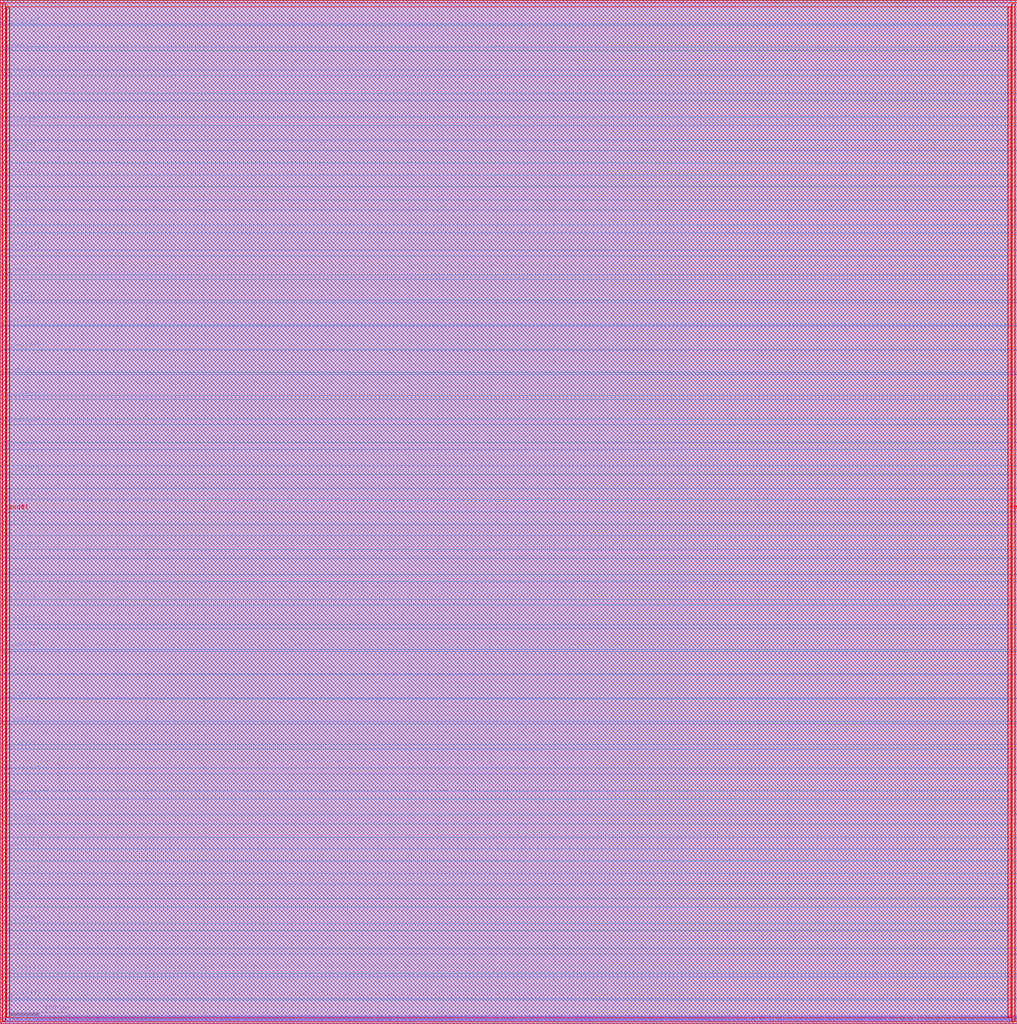
<source format=lef>
##
## LEF for PtnCells ;
## created by Innovus v20.10-p004_1 on Sat Nov 27 17:36:59 2021
##

VERSION 5.8 ;

BUSBITCHARS "[]" ;
DIVIDERCHAR "/" ;

MACRO Ibtida_top_dffram_cv
  CLASS BLOCK ;
  SIZE 1742.480000 BY 1753.040000 ;
  FOREIGN Ibtida_top_dffram_cv 0.000000 0.000000 ;
  ORIGIN 0 0 ;
  SYMMETRY X Y R90 ;
  PIN wb_clk_i
    DIRECTION INPUT ;
    USE SIGNAL ;
    PORT
      LAYER met2 ;
        RECT 4.300000 0.000000 4.440000 0.490000 ;
    END
  END wb_clk_i
  PIN wb_rst_i
    DIRECTION INPUT ;
    USE SIGNAL ;
    PORT
      LAYER met2 ;
        RECT 0.160000 0.000000 0.300000 0.490000 ;
    END
  END wb_rst_i
  PIN la_data_in[127]
    DIRECTION INPUT ;
    USE SIGNAL ;
    PORT
      LAYER met2 ;
        RECT 583.440000 0.000000 583.580000 0.490000 ;
    END
  END la_data_in[127]
  PIN la_data_in[126]
    DIRECTION INPUT ;
    USE SIGNAL ;
    PORT
      LAYER met2 ;
        RECT 579.300000 0.000000 579.440000 0.490000 ;
    END
  END la_data_in[126]
  PIN la_data_in[125]
    DIRECTION INPUT ;
    USE SIGNAL ;
    PORT
      LAYER met2 ;
        RECT 574.700000 0.000000 574.840000 0.490000 ;
    END
  END la_data_in[125]
  PIN la_data_in[124]
    DIRECTION INPUT ;
    USE SIGNAL ;
    PORT
      LAYER met2 ;
        RECT 570.100000 0.000000 570.240000 0.490000 ;
    END
  END la_data_in[124]
  PIN la_data_in[123]
    DIRECTION INPUT ;
    USE SIGNAL ;
    PORT
      LAYER met2 ;
        RECT 565.500000 0.000000 565.640000 0.490000 ;
    END
  END la_data_in[123]
  PIN la_data_in[122]
    DIRECTION INPUT ;
    USE SIGNAL ;
    PORT
      LAYER met2 ;
        RECT 560.900000 0.000000 561.040000 0.490000 ;
    END
  END la_data_in[122]
  PIN la_data_in[121]
    DIRECTION INPUT ;
    USE SIGNAL ;
    PORT
      LAYER met2 ;
        RECT 556.300000 0.000000 556.440000 0.490000 ;
    END
  END la_data_in[121]
  PIN la_data_in[120]
    DIRECTION INPUT ;
    USE SIGNAL ;
    PORT
      LAYER met2 ;
        RECT 552.160000 0.000000 552.300000 0.490000 ;
    END
  END la_data_in[120]
  PIN la_data_in[119]
    DIRECTION INPUT ;
    USE SIGNAL ;
    PORT
      LAYER met2 ;
        RECT 547.560000 0.000000 547.700000 0.490000 ;
    END
  END la_data_in[119]
  PIN la_data_in[118]
    DIRECTION INPUT ;
    USE SIGNAL ;
    PORT
      LAYER met2 ;
        RECT 542.960000 0.000000 543.100000 0.490000 ;
    END
  END la_data_in[118]
  PIN la_data_in[117]
    DIRECTION INPUT ;
    USE SIGNAL ;
    PORT
      LAYER met2 ;
        RECT 538.360000 0.000000 538.500000 0.490000 ;
    END
  END la_data_in[117]
  PIN la_data_in[116]
    DIRECTION INPUT ;
    USE SIGNAL ;
    PORT
      LAYER met2 ;
        RECT 533.760000 0.000000 533.900000 0.490000 ;
    END
  END la_data_in[116]
  PIN la_data_in[115]
    DIRECTION INPUT ;
    USE SIGNAL ;
    PORT
      LAYER met2 ;
        RECT 529.160000 0.000000 529.300000 0.490000 ;
    END
  END la_data_in[115]
  PIN la_data_in[114]
    DIRECTION INPUT ;
    USE SIGNAL ;
    PORT
      LAYER met2 ;
        RECT 525.020000 0.000000 525.160000 0.490000 ;
    END
  END la_data_in[114]
  PIN la_data_in[113]
    DIRECTION INPUT ;
    USE SIGNAL ;
    PORT
      LAYER met2 ;
        RECT 520.420000 0.000000 520.560000 0.490000 ;
    END
  END la_data_in[113]
  PIN la_data_in[112]
    DIRECTION INPUT ;
    USE SIGNAL ;
    PORT
      LAYER met2 ;
        RECT 515.820000 0.000000 515.960000 0.490000 ;
    END
  END la_data_in[112]
  PIN la_data_in[111]
    DIRECTION INPUT ;
    USE SIGNAL ;
    PORT
      LAYER met2 ;
        RECT 511.220000 0.000000 511.360000 0.490000 ;
    END
  END la_data_in[111]
  PIN la_data_in[110]
    DIRECTION INPUT ;
    USE SIGNAL ;
    PORT
      LAYER met2 ;
        RECT 506.620000 0.000000 506.760000 0.490000 ;
    END
  END la_data_in[110]
  PIN la_data_in[109]
    DIRECTION INPUT ;
    USE SIGNAL ;
    PORT
      LAYER met2 ;
        RECT 502.020000 0.000000 502.160000 0.490000 ;
    END
  END la_data_in[109]
  PIN la_data_in[108]
    DIRECTION INPUT ;
    USE SIGNAL ;
    PORT
      LAYER met2 ;
        RECT 497.880000 0.000000 498.020000 0.490000 ;
    END
  END la_data_in[108]
  PIN la_data_in[107]
    DIRECTION INPUT ;
    USE SIGNAL ;
    PORT
      LAYER met2 ;
        RECT 493.280000 0.000000 493.420000 0.490000 ;
    END
  END la_data_in[107]
  PIN la_data_in[106]
    DIRECTION INPUT ;
    USE SIGNAL ;
    PORT
      LAYER met2 ;
        RECT 488.680000 0.000000 488.820000 0.490000 ;
    END
  END la_data_in[106]
  PIN la_data_in[105]
    DIRECTION INPUT ;
    USE SIGNAL ;
    PORT
      LAYER met2 ;
        RECT 484.080000 0.000000 484.220000 0.490000 ;
    END
  END la_data_in[105]
  PIN la_data_in[104]
    DIRECTION INPUT ;
    USE SIGNAL ;
    PORT
      LAYER met2 ;
        RECT 479.480000 0.000000 479.620000 0.490000 ;
    END
  END la_data_in[104]
  PIN la_data_in[103]
    DIRECTION INPUT ;
    USE SIGNAL ;
    PORT
      LAYER met2 ;
        RECT 474.880000 0.000000 475.020000 0.490000 ;
    END
  END la_data_in[103]
  PIN la_data_in[102]
    DIRECTION INPUT ;
    USE SIGNAL ;
    PORT
      LAYER met2 ;
        RECT 470.280000 0.000000 470.420000 0.490000 ;
    END
  END la_data_in[102]
  PIN la_data_in[101]
    DIRECTION INPUT ;
    USE SIGNAL ;
    PORT
      LAYER met2 ;
        RECT 466.140000 0.000000 466.280000 0.490000 ;
    END
  END la_data_in[101]
  PIN la_data_in[100]
    DIRECTION INPUT ;
    USE SIGNAL ;
    PORT
      LAYER met2 ;
        RECT 461.540000 0.000000 461.680000 0.490000 ;
    END
  END la_data_in[100]
  PIN la_data_in[99]
    DIRECTION INPUT ;
    USE SIGNAL ;
    PORT
      LAYER met2 ;
        RECT 456.940000 0.000000 457.080000 0.490000 ;
    END
  END la_data_in[99]
  PIN la_data_in[98]
    DIRECTION INPUT ;
    USE SIGNAL ;
    PORT
      LAYER met2 ;
        RECT 452.340000 0.000000 452.480000 0.490000 ;
    END
  END la_data_in[98]
  PIN la_data_in[97]
    DIRECTION INPUT ;
    USE SIGNAL ;
    PORT
      LAYER met2 ;
        RECT 447.740000 0.000000 447.880000 0.490000 ;
    END
  END la_data_in[97]
  PIN la_data_in[96]
    DIRECTION INPUT ;
    USE SIGNAL ;
    PORT
      LAYER met2 ;
        RECT 443.140000 0.000000 443.280000 0.490000 ;
    END
  END la_data_in[96]
  PIN la_data_in[95]
    DIRECTION INPUT ;
    USE SIGNAL ;
    PORT
      LAYER met2 ;
        RECT 439.000000 0.000000 439.140000 0.490000 ;
    END
  END la_data_in[95]
  PIN la_data_in[94]
    DIRECTION INPUT ;
    USE SIGNAL ;
    PORT
      LAYER met2 ;
        RECT 434.400000 0.000000 434.540000 0.490000 ;
    END
  END la_data_in[94]
  PIN la_data_in[93]
    DIRECTION INPUT ;
    USE SIGNAL ;
    PORT
      LAYER met2 ;
        RECT 429.800000 0.000000 429.940000 0.490000 ;
    END
  END la_data_in[93]
  PIN la_data_in[92]
    DIRECTION INPUT ;
    USE SIGNAL ;
    PORT
      LAYER met2 ;
        RECT 425.200000 0.000000 425.340000 0.490000 ;
    END
  END la_data_in[92]
  PIN la_data_in[91]
    DIRECTION INPUT ;
    USE SIGNAL ;
    PORT
      LAYER met2 ;
        RECT 420.600000 0.000000 420.740000 0.490000 ;
    END
  END la_data_in[91]
  PIN la_data_in[90]
    DIRECTION INPUT ;
    USE SIGNAL ;
    PORT
      LAYER met2 ;
        RECT 416.000000 0.000000 416.140000 0.490000 ;
    END
  END la_data_in[90]
  PIN la_data_in[89]
    DIRECTION INPUT ;
    USE SIGNAL ;
    PORT
      LAYER met2 ;
        RECT 411.860000 0.000000 412.000000 0.490000 ;
    END
  END la_data_in[89]
  PIN la_data_in[88]
    DIRECTION INPUT ;
    USE SIGNAL ;
    PORT
      LAYER met2 ;
        RECT 407.260000 0.000000 407.400000 0.490000 ;
    END
  END la_data_in[88]
  PIN la_data_in[87]
    DIRECTION INPUT ;
    USE SIGNAL ;
    PORT
      LAYER met2 ;
        RECT 402.660000 0.000000 402.800000 0.490000 ;
    END
  END la_data_in[87]
  PIN la_data_in[86]
    DIRECTION INPUT ;
    USE SIGNAL ;
    PORT
      LAYER met2 ;
        RECT 398.060000 0.000000 398.200000 0.490000 ;
    END
  END la_data_in[86]
  PIN la_data_in[85]
    DIRECTION INPUT ;
    USE SIGNAL ;
    PORT
      LAYER met2 ;
        RECT 393.460000 0.000000 393.600000 0.490000 ;
    END
  END la_data_in[85]
  PIN la_data_in[84]
    DIRECTION INPUT ;
    USE SIGNAL ;
    PORT
      LAYER met2 ;
        RECT 388.860000 0.000000 389.000000 0.490000 ;
    END
  END la_data_in[84]
  PIN la_data_in[83]
    DIRECTION INPUT ;
    USE SIGNAL ;
    PORT
      LAYER met2 ;
        RECT 384.720000 0.000000 384.860000 0.490000 ;
    END
  END la_data_in[83]
  PIN la_data_in[82]
    DIRECTION INPUT ;
    USE SIGNAL ;
    PORT
      LAYER met2 ;
        RECT 380.120000 0.000000 380.260000 0.490000 ;
    END
  END la_data_in[82]
  PIN la_data_in[81]
    DIRECTION INPUT ;
    USE SIGNAL ;
    PORT
      LAYER met2 ;
        RECT 375.520000 0.000000 375.660000 0.490000 ;
    END
  END la_data_in[81]
  PIN la_data_in[80]
    DIRECTION INPUT ;
    USE SIGNAL ;
    PORT
      LAYER met2 ;
        RECT 370.920000 0.000000 371.060000 0.490000 ;
    END
  END la_data_in[80]
  PIN la_data_in[79]
    DIRECTION INPUT ;
    USE SIGNAL ;
    PORT
      LAYER met2 ;
        RECT 366.320000 0.000000 366.460000 0.490000 ;
    END
  END la_data_in[79]
  PIN la_data_in[78]
    DIRECTION INPUT ;
    USE SIGNAL ;
    PORT
      LAYER met2 ;
        RECT 361.720000 0.000000 361.860000 0.490000 ;
    END
  END la_data_in[78]
  PIN la_data_in[77]
    DIRECTION INPUT ;
    USE SIGNAL ;
    PORT
      LAYER met2 ;
        RECT 357.580000 0.000000 357.720000 0.490000 ;
    END
  END la_data_in[77]
  PIN la_data_in[76]
    DIRECTION INPUT ;
    USE SIGNAL ;
    PORT
      LAYER met2 ;
        RECT 352.980000 0.000000 353.120000 0.490000 ;
    END
  END la_data_in[76]
  PIN la_data_in[75]
    DIRECTION INPUT ;
    USE SIGNAL ;
    PORT
      LAYER met2 ;
        RECT 348.380000 0.000000 348.520000 0.490000 ;
    END
  END la_data_in[75]
  PIN la_data_in[74]
    DIRECTION INPUT ;
    USE SIGNAL ;
    PORT
      LAYER met2 ;
        RECT 343.780000 0.000000 343.920000 0.490000 ;
    END
  END la_data_in[74]
  PIN la_data_in[73]
    DIRECTION INPUT ;
    USE SIGNAL ;
    PORT
      LAYER met2 ;
        RECT 339.180000 0.000000 339.320000 0.490000 ;
    END
  END la_data_in[73]
  PIN la_data_in[72]
    DIRECTION INPUT ;
    USE SIGNAL ;
    PORT
      LAYER met2 ;
        RECT 334.580000 0.000000 334.720000 0.490000 ;
    END
  END la_data_in[72]
  PIN la_data_in[71]
    DIRECTION INPUT ;
    USE SIGNAL ;
    PORT
      LAYER met2 ;
        RECT 330.440000 0.000000 330.580000 0.490000 ;
    END
  END la_data_in[71]
  PIN la_data_in[70]
    DIRECTION INPUT ;
    USE SIGNAL ;
    PORT
      LAYER met2 ;
        RECT 325.840000 0.000000 325.980000 0.490000 ;
    END
  END la_data_in[70]
  PIN la_data_in[69]
    DIRECTION INPUT ;
    USE SIGNAL ;
    PORT
      LAYER met2 ;
        RECT 321.240000 0.000000 321.380000 0.490000 ;
    END
  END la_data_in[69]
  PIN la_data_in[68]
    DIRECTION INPUT ;
    USE SIGNAL ;
    PORT
      LAYER met2 ;
        RECT 316.640000 0.000000 316.780000 0.490000 ;
    END
  END la_data_in[68]
  PIN la_data_in[67]
    DIRECTION INPUT ;
    USE SIGNAL ;
    PORT
      LAYER met2 ;
        RECT 312.040000 0.000000 312.180000 0.490000 ;
    END
  END la_data_in[67]
  PIN la_data_in[66]
    DIRECTION INPUT ;
    USE SIGNAL ;
    PORT
      LAYER met2 ;
        RECT 307.440000 0.000000 307.580000 0.490000 ;
    END
  END la_data_in[66]
  PIN la_data_in[65]
    DIRECTION INPUT ;
    USE SIGNAL ;
    PORT
      LAYER met2 ;
        RECT 303.300000 0.000000 303.440000 0.490000 ;
    END
  END la_data_in[65]
  PIN la_data_in[64]
    DIRECTION INPUT ;
    USE SIGNAL ;
    PORT
      LAYER met2 ;
        RECT 298.700000 0.000000 298.840000 0.490000 ;
    END
  END la_data_in[64]
  PIN la_data_in[63]
    DIRECTION INPUT ;
    USE SIGNAL ;
    PORT
      LAYER met2 ;
        RECT 294.100000 0.000000 294.240000 0.490000 ;
    END
  END la_data_in[63]
  PIN la_data_in[62]
    DIRECTION INPUT ;
    USE SIGNAL ;
    PORT
      LAYER met2 ;
        RECT 289.500000 0.000000 289.640000 0.490000 ;
    END
  END la_data_in[62]
  PIN la_data_in[61]
    DIRECTION INPUT ;
    USE SIGNAL ;
    PORT
      LAYER met2 ;
        RECT 284.900000 0.000000 285.040000 0.490000 ;
    END
  END la_data_in[61]
  PIN la_data_in[60]
    DIRECTION INPUT ;
    USE SIGNAL ;
    PORT
      LAYER met2 ;
        RECT 280.300000 0.000000 280.440000 0.490000 ;
    END
  END la_data_in[60]
  PIN la_data_in[59]
    DIRECTION INPUT ;
    USE SIGNAL ;
    PORT
      LAYER met2 ;
        RECT 276.160000 0.000000 276.300000 0.490000 ;
    END
  END la_data_in[59]
  PIN la_data_in[58]
    DIRECTION INPUT ;
    USE SIGNAL ;
    PORT
      LAYER met2 ;
        RECT 271.560000 0.000000 271.700000 0.490000 ;
    END
  END la_data_in[58]
  PIN la_data_in[57]
    DIRECTION INPUT ;
    USE SIGNAL ;
    PORT
      LAYER met2 ;
        RECT 266.960000 0.000000 267.100000 0.490000 ;
    END
  END la_data_in[57]
  PIN la_data_in[56]
    DIRECTION INPUT ;
    USE SIGNAL ;
    PORT
      LAYER met2 ;
        RECT 262.360000 0.000000 262.500000 0.490000 ;
    END
  END la_data_in[56]
  PIN la_data_in[55]
    DIRECTION INPUT ;
    USE SIGNAL ;
    PORT
      LAYER met2 ;
        RECT 257.760000 0.000000 257.900000 0.490000 ;
    END
  END la_data_in[55]
  PIN la_data_in[54]
    DIRECTION INPUT ;
    USE SIGNAL ;
    PORT
      LAYER met2 ;
        RECT 253.160000 0.000000 253.300000 0.490000 ;
    END
  END la_data_in[54]
  PIN la_data_in[53]
    DIRECTION INPUT ;
    USE SIGNAL ;
    PORT
      LAYER met2 ;
        RECT 248.560000 0.000000 248.700000 0.490000 ;
    END
  END la_data_in[53]
  PIN la_data_in[52]
    DIRECTION INPUT ;
    USE SIGNAL ;
    PORT
      LAYER met2 ;
        RECT 244.420000 0.000000 244.560000 0.490000 ;
    END
  END la_data_in[52]
  PIN la_data_in[51]
    DIRECTION INPUT ;
    USE SIGNAL ;
    PORT
      LAYER met2 ;
        RECT 239.820000 0.000000 239.960000 0.490000 ;
    END
  END la_data_in[51]
  PIN la_data_in[50]
    DIRECTION INPUT ;
    USE SIGNAL ;
    PORT
      LAYER met2 ;
        RECT 235.220000 0.000000 235.360000 0.490000 ;
    END
  END la_data_in[50]
  PIN la_data_in[49]
    DIRECTION INPUT ;
    USE SIGNAL ;
    PORT
      LAYER met2 ;
        RECT 230.620000 0.000000 230.760000 0.490000 ;
    END
  END la_data_in[49]
  PIN la_data_in[48]
    DIRECTION INPUT ;
    USE SIGNAL ;
    PORT
      LAYER met2 ;
        RECT 226.020000 0.000000 226.160000 0.490000 ;
    END
  END la_data_in[48]
  PIN la_data_in[47]
    DIRECTION INPUT ;
    USE SIGNAL ;
    PORT
      LAYER met2 ;
        RECT 221.420000 0.000000 221.560000 0.490000 ;
    END
  END la_data_in[47]
  PIN la_data_in[46]
    DIRECTION INPUT ;
    USE SIGNAL ;
    PORT
      LAYER met2 ;
        RECT 217.280000 0.000000 217.420000 0.490000 ;
    END
  END la_data_in[46]
  PIN la_data_in[45]
    DIRECTION INPUT ;
    USE SIGNAL ;
    PORT
      LAYER met2 ;
        RECT 212.680000 0.000000 212.820000 0.490000 ;
    END
  END la_data_in[45]
  PIN la_data_in[44]
    DIRECTION INPUT ;
    USE SIGNAL ;
    PORT
      LAYER met2 ;
        RECT 208.080000 0.000000 208.220000 0.490000 ;
    END
  END la_data_in[44]
  PIN la_data_in[43]
    DIRECTION INPUT ;
    USE SIGNAL ;
    PORT
      LAYER met2 ;
        RECT 203.480000 0.000000 203.620000 0.490000 ;
    END
  END la_data_in[43]
  PIN la_data_in[42]
    DIRECTION INPUT ;
    USE SIGNAL ;
    PORT
      LAYER met2 ;
        RECT 198.880000 0.000000 199.020000 0.490000 ;
    END
  END la_data_in[42]
  PIN la_data_in[41]
    DIRECTION INPUT ;
    USE SIGNAL ;
    PORT
      LAYER met2 ;
        RECT 194.280000 0.000000 194.420000 0.490000 ;
    END
  END la_data_in[41]
  PIN la_data_in[40]
    DIRECTION INPUT ;
    USE SIGNAL ;
    PORT
      LAYER met2 ;
        RECT 190.140000 0.000000 190.280000 0.490000 ;
    END
  END la_data_in[40]
  PIN la_data_in[39]
    DIRECTION INPUT ;
    USE SIGNAL ;
    PORT
      LAYER met2 ;
        RECT 185.540000 0.000000 185.680000 0.490000 ;
    END
  END la_data_in[39]
  PIN la_data_in[38]
    DIRECTION INPUT ;
    USE SIGNAL ;
    PORT
      LAYER met2 ;
        RECT 180.940000 0.000000 181.080000 0.490000 ;
    END
  END la_data_in[38]
  PIN la_data_in[37]
    DIRECTION INPUT ;
    USE SIGNAL ;
    PORT
      LAYER met2 ;
        RECT 176.340000 0.000000 176.480000 0.490000 ;
    END
  END la_data_in[37]
  PIN la_data_in[36]
    DIRECTION INPUT ;
    USE SIGNAL ;
    PORT
      LAYER met2 ;
        RECT 171.740000 0.000000 171.880000 0.490000 ;
    END
  END la_data_in[36]
  PIN la_data_in[35]
    DIRECTION INPUT ;
    USE SIGNAL ;
    PORT
      LAYER met2 ;
        RECT 167.140000 0.000000 167.280000 0.490000 ;
    END
  END la_data_in[35]
  PIN la_data_in[34]
    DIRECTION INPUT ;
    USE SIGNAL ;
    PORT
      LAYER met2 ;
        RECT 163.000000 0.000000 163.140000 0.490000 ;
    END
  END la_data_in[34]
  PIN la_data_in[33]
    DIRECTION INPUT ;
    USE SIGNAL ;
    PORT
      LAYER met2 ;
        RECT 158.400000 0.000000 158.540000 0.490000 ;
    END
  END la_data_in[33]
  PIN la_data_in[32]
    DIRECTION INPUT ;
    USE SIGNAL ;
    PORT
      LAYER met2 ;
        RECT 153.800000 0.000000 153.940000 0.490000 ;
    END
  END la_data_in[32]
  PIN la_data_in[31]
    DIRECTION INPUT ;
    USE SIGNAL ;
    PORT
      LAYER met2 ;
        RECT 149.200000 0.000000 149.340000 0.490000 ;
    END
  END la_data_in[31]
  PIN la_data_in[30]
    DIRECTION INPUT ;
    USE SIGNAL ;
    PORT
      LAYER met2 ;
        RECT 144.600000 0.000000 144.740000 0.490000 ;
    END
  END la_data_in[30]
  PIN la_data_in[29]
    DIRECTION INPUT ;
    USE SIGNAL ;
    PORT
      LAYER met2 ;
        RECT 140.000000 0.000000 140.140000 0.490000 ;
    END
  END la_data_in[29]
  PIN la_data_in[28]
    DIRECTION INPUT ;
    USE SIGNAL ;
    PORT
      LAYER met2 ;
        RECT 135.860000 0.000000 136.000000 0.490000 ;
    END
  END la_data_in[28]
  PIN la_data_in[27]
    DIRECTION INPUT ;
    USE SIGNAL ;
    PORT
      LAYER met2 ;
        RECT 131.260000 0.000000 131.400000 0.490000 ;
    END
  END la_data_in[27]
  PIN la_data_in[26]
    DIRECTION INPUT ;
    USE SIGNAL ;
    PORT
      LAYER met2 ;
        RECT 126.660000 0.000000 126.800000 0.490000 ;
    END
  END la_data_in[26]
  PIN la_data_in[25]
    DIRECTION INPUT ;
    USE SIGNAL ;
    PORT
      LAYER met2 ;
        RECT 122.060000 0.000000 122.200000 0.490000 ;
    END
  END la_data_in[25]
  PIN la_data_in[24]
    DIRECTION INPUT ;
    USE SIGNAL ;
    PORT
      LAYER met2 ;
        RECT 117.460000 0.000000 117.600000 0.490000 ;
    END
  END la_data_in[24]
  PIN la_data_in[23]
    DIRECTION INPUT ;
    USE SIGNAL ;
    PORT
      LAYER met2 ;
        RECT 112.860000 0.000000 113.000000 0.490000 ;
    END
  END la_data_in[23]
  PIN la_data_in[22]
    DIRECTION INPUT ;
    USE SIGNAL ;
    PORT
      LAYER met2 ;
        RECT 108.720000 0.000000 108.860000 0.490000 ;
    END
  END la_data_in[22]
  PIN la_data_in[21]
    DIRECTION INPUT ;
    USE SIGNAL ;
    PORT
      LAYER met2 ;
        RECT 104.120000 0.000000 104.260000 0.490000 ;
    END
  END la_data_in[21]
  PIN la_data_in[20]
    DIRECTION INPUT ;
    USE SIGNAL ;
    PORT
      LAYER met2 ;
        RECT 99.520000 0.000000 99.660000 0.490000 ;
    END
  END la_data_in[20]
  PIN la_data_in[19]
    DIRECTION INPUT ;
    USE SIGNAL ;
    PORT
      LAYER met2 ;
        RECT 94.920000 0.000000 95.060000 0.490000 ;
    END
  END la_data_in[19]
  PIN la_data_in[18]
    DIRECTION INPUT ;
    USE SIGNAL ;
    PORT
      LAYER met2 ;
        RECT 90.320000 0.000000 90.460000 0.490000 ;
    END
  END la_data_in[18]
  PIN la_data_in[17]
    DIRECTION INPUT ;
    USE SIGNAL ;
    PORT
      LAYER met2 ;
        RECT 85.720000 0.000000 85.860000 0.490000 ;
    END
  END la_data_in[17]
  PIN la_data_in[16]
    DIRECTION INPUT ;
    USE SIGNAL ;
    PORT
      LAYER met2 ;
        RECT 81.580000 0.000000 81.720000 0.490000 ;
    END
  END la_data_in[16]
  PIN la_data_in[15]
    DIRECTION INPUT ;
    USE SIGNAL ;
    PORT
      LAYER met2 ;
        RECT 76.980000 0.000000 77.120000 0.490000 ;
    END
  END la_data_in[15]
  PIN la_data_in[14]
    DIRECTION INPUT ;
    USE SIGNAL ;
    PORT
      LAYER met2 ;
        RECT 72.380000 0.000000 72.520000 0.490000 ;
    END
  END la_data_in[14]
  PIN la_data_in[13]
    DIRECTION INPUT ;
    USE SIGNAL ;
    PORT
      LAYER met2 ;
        RECT 67.780000 0.000000 67.920000 0.490000 ;
    END
  END la_data_in[13]
  PIN la_data_in[12]
    DIRECTION INPUT ;
    USE SIGNAL ;
    PORT
      LAYER met2 ;
        RECT 63.180000 0.000000 63.320000 0.490000 ;
    END
  END la_data_in[12]
  PIN la_data_in[11]
    DIRECTION INPUT ;
    USE SIGNAL ;
    PORT
      LAYER met2 ;
        RECT 58.580000 0.000000 58.720000 0.490000 ;
    END
  END la_data_in[11]
  PIN la_data_in[10]
    DIRECTION INPUT ;
    USE SIGNAL ;
    PORT
      LAYER met2 ;
        RECT 54.440000 0.000000 54.580000 0.490000 ;
    END
  END la_data_in[10]
  PIN la_data_in[9]
    DIRECTION INPUT ;
    USE SIGNAL ;
    PORT
      LAYER met2 ;
        RECT 49.840000 0.000000 49.980000 0.490000 ;
    END
  END la_data_in[9]
  PIN la_data_in[8]
    DIRECTION INPUT ;
    USE SIGNAL ;
    PORT
      LAYER met2 ;
        RECT 45.240000 0.000000 45.380000 0.490000 ;
    END
  END la_data_in[8]
  PIN la_data_in[7]
    DIRECTION INPUT ;
    USE SIGNAL ;
    PORT
      LAYER met2 ;
        RECT 40.640000 0.000000 40.780000 0.490000 ;
    END
  END la_data_in[7]
  PIN la_data_in[6]
    DIRECTION INPUT ;
    USE SIGNAL ;
    PORT
      LAYER met2 ;
        RECT 36.040000 0.000000 36.180000 0.490000 ;
    END
  END la_data_in[6]
  PIN la_data_in[5]
    DIRECTION INPUT ;
    USE SIGNAL ;
    PORT
      LAYER met2 ;
        RECT 31.440000 0.000000 31.580000 0.490000 ;
    END
  END la_data_in[5]
  PIN la_data_in[4]
    DIRECTION INPUT ;
    USE SIGNAL ;
    PORT
      LAYER met2 ;
        RECT 27.300000 0.000000 27.440000 0.490000 ;
    END
  END la_data_in[4]
  PIN la_data_in[3]
    DIRECTION INPUT ;
    USE SIGNAL ;
    PORT
      LAYER met2 ;
        RECT 22.700000 0.000000 22.840000 0.490000 ;
    END
  END la_data_in[3]
  PIN la_data_in[2]
    DIRECTION INPUT ;
    USE SIGNAL ;
    PORT
      LAYER met2 ;
        RECT 18.100000 0.000000 18.240000 0.490000 ;
    END
  END la_data_in[2]
  PIN la_data_in[1]
    DIRECTION INPUT ;
    USE SIGNAL ;
    PORT
      LAYER met2 ;
        RECT 13.500000 0.000000 13.640000 0.490000 ;
    END
  END la_data_in[1]
  PIN la_data_in[0]
    DIRECTION INPUT ;
    USE SIGNAL ;
    PORT
      LAYER met2 ;
        RECT 8.900000 0.000000 9.040000 0.490000 ;
    END
  END la_data_in[0]
  PIN la_data_out[127]
    DIRECTION OUTPUT ;
    USE SIGNAL ;
    PORT
      LAYER met2 ;
        RECT 1162.580000 0.000000 1162.720000 0.490000 ;
    END
  END la_data_out[127]
  PIN la_data_out[126]
    DIRECTION OUTPUT ;
    USE SIGNAL ;
    PORT
      LAYER met2 ;
        RECT 1158.440000 0.000000 1158.580000 0.490000 ;
    END
  END la_data_out[126]
  PIN la_data_out[125]
    DIRECTION OUTPUT ;
    USE SIGNAL ;
    PORT
      LAYER met2 ;
        RECT 1153.840000 0.000000 1153.980000 0.490000 ;
    END
  END la_data_out[125]
  PIN la_data_out[124]
    DIRECTION OUTPUT ;
    USE SIGNAL ;
    PORT
      LAYER met2 ;
        RECT 1149.240000 0.000000 1149.380000 0.490000 ;
    END
  END la_data_out[124]
  PIN la_data_out[123]
    DIRECTION OUTPUT ;
    USE SIGNAL ;
    PORT
      LAYER met2 ;
        RECT 1144.640000 0.000000 1144.780000 0.490000 ;
    END
  END la_data_out[123]
  PIN la_data_out[122]
    DIRECTION OUTPUT ;
    USE SIGNAL ;
    PORT
      LAYER met2 ;
        RECT 1140.040000 0.000000 1140.180000 0.490000 ;
    END
  END la_data_out[122]
  PIN la_data_out[121]
    DIRECTION OUTPUT ;
    USE SIGNAL ;
    PORT
      LAYER met2 ;
        RECT 1135.440000 0.000000 1135.580000 0.490000 ;
    END
  END la_data_out[121]
  PIN la_data_out[120]
    DIRECTION OUTPUT ;
    USE SIGNAL ;
    PORT
      LAYER met2 ;
        RECT 1131.300000 0.000000 1131.440000 0.490000 ;
    END
  END la_data_out[120]
  PIN la_data_out[119]
    DIRECTION OUTPUT ;
    USE SIGNAL ;
    PORT
      LAYER met2 ;
        RECT 1126.700000 0.000000 1126.840000 0.490000 ;
    END
  END la_data_out[119]
  PIN la_data_out[118]
    DIRECTION OUTPUT ;
    USE SIGNAL ;
    PORT
      LAYER met2 ;
        RECT 1122.100000 0.000000 1122.240000 0.490000 ;
    END
  END la_data_out[118]
  PIN la_data_out[117]
    DIRECTION OUTPUT ;
    USE SIGNAL ;
    PORT
      LAYER met2 ;
        RECT 1117.500000 0.000000 1117.640000 0.490000 ;
    END
  END la_data_out[117]
  PIN la_data_out[116]
    DIRECTION OUTPUT ;
    USE SIGNAL ;
    PORT
      LAYER met2 ;
        RECT 1112.900000 0.000000 1113.040000 0.490000 ;
    END
  END la_data_out[116]
  PIN la_data_out[115]
    DIRECTION OUTPUT ;
    USE SIGNAL ;
    PORT
      LAYER met2 ;
        RECT 1108.300000 0.000000 1108.440000 0.490000 ;
    END
  END la_data_out[115]
  PIN la_data_out[114]
    DIRECTION OUTPUT ;
    USE SIGNAL ;
    PORT
      LAYER met2 ;
        RECT 1104.160000 0.000000 1104.300000 0.490000 ;
    END
  END la_data_out[114]
  PIN la_data_out[113]
    DIRECTION OUTPUT ;
    USE SIGNAL ;
    PORT
      LAYER met2 ;
        RECT 1099.560000 0.000000 1099.700000 0.490000 ;
    END
  END la_data_out[113]
  PIN la_data_out[112]
    DIRECTION OUTPUT ;
    USE SIGNAL ;
    PORT
      LAYER met2 ;
        RECT 1094.960000 0.000000 1095.100000 0.490000 ;
    END
  END la_data_out[112]
  PIN la_data_out[111]
    DIRECTION OUTPUT ;
    USE SIGNAL ;
    PORT
      LAYER met2 ;
        RECT 1090.360000 0.000000 1090.500000 0.490000 ;
    END
  END la_data_out[111]
  PIN la_data_out[110]
    DIRECTION OUTPUT ;
    USE SIGNAL ;
    PORT
      LAYER met2 ;
        RECT 1085.760000 0.000000 1085.900000 0.490000 ;
    END
  END la_data_out[110]
  PIN la_data_out[109]
    DIRECTION OUTPUT ;
    USE SIGNAL ;
    PORT
      LAYER met2 ;
        RECT 1081.160000 0.000000 1081.300000 0.490000 ;
    END
  END la_data_out[109]
  PIN la_data_out[108]
    DIRECTION OUTPUT ;
    USE SIGNAL ;
    PORT
      LAYER met2 ;
        RECT 1077.020000 0.000000 1077.160000 0.490000 ;
    END
  END la_data_out[108]
  PIN la_data_out[107]
    DIRECTION OUTPUT ;
    USE SIGNAL ;
    PORT
      LAYER met2 ;
        RECT 1072.420000 0.000000 1072.560000 0.490000 ;
    END
  END la_data_out[107]
  PIN la_data_out[106]
    DIRECTION OUTPUT ;
    USE SIGNAL ;
    PORT
      LAYER met2 ;
        RECT 1067.820000 0.000000 1067.960000 0.490000 ;
    END
  END la_data_out[106]
  PIN la_data_out[105]
    DIRECTION OUTPUT ;
    USE SIGNAL ;
    PORT
      LAYER met2 ;
        RECT 1063.220000 0.000000 1063.360000 0.490000 ;
    END
  END la_data_out[105]
  PIN la_data_out[104]
    DIRECTION OUTPUT ;
    USE SIGNAL ;
    PORT
      LAYER met2 ;
        RECT 1058.620000 0.000000 1058.760000 0.490000 ;
    END
  END la_data_out[104]
  PIN la_data_out[103]
    DIRECTION OUTPUT ;
    USE SIGNAL ;
    PORT
      LAYER met2 ;
        RECT 1054.020000 0.000000 1054.160000 0.490000 ;
    END
  END la_data_out[103]
  PIN la_data_out[102]
    DIRECTION OUTPUT ;
    USE SIGNAL ;
    PORT
      LAYER met2 ;
        RECT 1049.880000 0.000000 1050.020000 0.490000 ;
    END
  END la_data_out[102]
  PIN la_data_out[101]
    DIRECTION OUTPUT ;
    USE SIGNAL ;
    PORT
      LAYER met2 ;
        RECT 1045.280000 0.000000 1045.420000 0.490000 ;
    END
  END la_data_out[101]
  PIN la_data_out[100]
    DIRECTION OUTPUT ;
    USE SIGNAL ;
    PORT
      LAYER met2 ;
        RECT 1040.680000 0.000000 1040.820000 0.490000 ;
    END
  END la_data_out[100]
  PIN la_data_out[99]
    DIRECTION OUTPUT ;
    USE SIGNAL ;
    PORT
      LAYER met2 ;
        RECT 1036.080000 0.000000 1036.220000 0.490000 ;
    END
  END la_data_out[99]
  PIN la_data_out[98]
    DIRECTION OUTPUT ;
    USE SIGNAL ;
    PORT
      LAYER met2 ;
        RECT 1031.480000 0.000000 1031.620000 0.490000 ;
    END
  END la_data_out[98]
  PIN la_data_out[97]
    DIRECTION OUTPUT ;
    USE SIGNAL ;
    PORT
      LAYER met2 ;
        RECT 1026.880000 0.000000 1027.020000 0.490000 ;
    END
  END la_data_out[97]
  PIN la_data_out[96]
    DIRECTION OUTPUT ;
    USE SIGNAL ;
    PORT
      LAYER met2 ;
        RECT 1022.740000 0.000000 1022.880000 0.490000 ;
    END
  END la_data_out[96]
  PIN la_data_out[95]
    DIRECTION OUTPUT ;
    USE SIGNAL ;
    PORT
      LAYER met2 ;
        RECT 1018.140000 0.000000 1018.280000 0.490000 ;
    END
  END la_data_out[95]
  PIN la_data_out[94]
    DIRECTION OUTPUT ;
    USE SIGNAL ;
    PORT
      LAYER met2 ;
        RECT 1013.540000 0.000000 1013.680000 0.490000 ;
    END
  END la_data_out[94]
  PIN la_data_out[93]
    DIRECTION OUTPUT ;
    USE SIGNAL ;
    PORT
      LAYER met2 ;
        RECT 1008.940000 0.000000 1009.080000 0.490000 ;
    END
  END la_data_out[93]
  PIN la_data_out[92]
    DIRECTION OUTPUT ;
    USE SIGNAL ;
    PORT
      LAYER met2 ;
        RECT 1004.340000 0.000000 1004.480000 0.490000 ;
    END
  END la_data_out[92]
  PIN la_data_out[91]
    DIRECTION OUTPUT ;
    USE SIGNAL ;
    PORT
      LAYER met2 ;
        RECT 999.740000 0.000000 999.880000 0.490000 ;
    END
  END la_data_out[91]
  PIN la_data_out[90]
    DIRECTION OUTPUT ;
    USE SIGNAL ;
    PORT
      LAYER met2 ;
        RECT 995.140000 0.000000 995.280000 0.490000 ;
    END
  END la_data_out[90]
  PIN la_data_out[89]
    DIRECTION OUTPUT ;
    USE SIGNAL ;
    PORT
      LAYER met2 ;
        RECT 991.000000 0.000000 991.140000 0.490000 ;
    END
  END la_data_out[89]
  PIN la_data_out[88]
    DIRECTION OUTPUT ;
    USE SIGNAL ;
    PORT
      LAYER met2 ;
        RECT 986.400000 0.000000 986.540000 0.490000 ;
    END
  END la_data_out[88]
  PIN la_data_out[87]
    DIRECTION OUTPUT ;
    USE SIGNAL ;
    PORT
      LAYER met2 ;
        RECT 981.800000 0.000000 981.940000 0.490000 ;
    END
  END la_data_out[87]
  PIN la_data_out[86]
    DIRECTION OUTPUT ;
    USE SIGNAL ;
    PORT
      LAYER met2 ;
        RECT 977.200000 0.000000 977.340000 0.490000 ;
    END
  END la_data_out[86]
  PIN la_data_out[85]
    DIRECTION OUTPUT ;
    USE SIGNAL ;
    PORT
      LAYER met2 ;
        RECT 972.600000 0.000000 972.740000 0.490000 ;
    END
  END la_data_out[85]
  PIN la_data_out[84]
    DIRECTION OUTPUT ;
    USE SIGNAL ;
    PORT
      LAYER met2 ;
        RECT 968.000000 0.000000 968.140000 0.490000 ;
    END
  END la_data_out[84]
  PIN la_data_out[83]
    DIRECTION OUTPUT ;
    USE SIGNAL ;
    PORT
      LAYER met2 ;
        RECT 963.860000 0.000000 964.000000 0.490000 ;
    END
  END la_data_out[83]
  PIN la_data_out[82]
    DIRECTION OUTPUT ;
    USE SIGNAL ;
    PORT
      LAYER met2 ;
        RECT 959.260000 0.000000 959.400000 0.490000 ;
    END
  END la_data_out[82]
  PIN la_data_out[81]
    DIRECTION OUTPUT ;
    USE SIGNAL ;
    PORT
      LAYER met2 ;
        RECT 954.660000 0.000000 954.800000 0.490000 ;
    END
  END la_data_out[81]
  PIN la_data_out[80]
    DIRECTION OUTPUT ;
    USE SIGNAL ;
    PORT
      LAYER met2 ;
        RECT 950.060000 0.000000 950.200000 0.490000 ;
    END
  END la_data_out[80]
  PIN la_data_out[79]
    DIRECTION OUTPUT ;
    USE SIGNAL ;
    PORT
      LAYER met2 ;
        RECT 945.460000 0.000000 945.600000 0.490000 ;
    END
  END la_data_out[79]
  PIN la_data_out[78]
    DIRECTION OUTPUT ;
    USE SIGNAL ;
    PORT
      LAYER met2 ;
        RECT 940.860000 0.000000 941.000000 0.490000 ;
    END
  END la_data_out[78]
  PIN la_data_out[77]
    DIRECTION OUTPUT ;
    USE SIGNAL ;
    PORT
      LAYER met2 ;
        RECT 936.720000 0.000000 936.860000 0.490000 ;
    END
  END la_data_out[77]
  PIN la_data_out[76]
    DIRECTION OUTPUT ;
    USE SIGNAL ;
    PORT
      LAYER met2 ;
        RECT 932.120000 0.000000 932.260000 0.490000 ;
    END
  END la_data_out[76]
  PIN la_data_out[75]
    DIRECTION OUTPUT ;
    USE SIGNAL ;
    PORT
      LAYER met2 ;
        RECT 927.520000 0.000000 927.660000 0.490000 ;
    END
  END la_data_out[75]
  PIN la_data_out[74]
    DIRECTION OUTPUT ;
    USE SIGNAL ;
    PORT
      LAYER met2 ;
        RECT 922.920000 0.000000 923.060000 0.490000 ;
    END
  END la_data_out[74]
  PIN la_data_out[73]
    DIRECTION OUTPUT ;
    USE SIGNAL ;
    PORT
      LAYER met2 ;
        RECT 918.320000 0.000000 918.460000 0.490000 ;
    END
  END la_data_out[73]
  PIN la_data_out[72]
    DIRECTION OUTPUT ;
    USE SIGNAL ;
    PORT
      LAYER met2 ;
        RECT 913.720000 0.000000 913.860000 0.490000 ;
    END
  END la_data_out[72]
  PIN la_data_out[71]
    DIRECTION OUTPUT ;
    USE SIGNAL ;
    PORT
      LAYER met2 ;
        RECT 909.580000 0.000000 909.720000 0.490000 ;
    END
  END la_data_out[71]
  PIN la_data_out[70]
    DIRECTION OUTPUT ;
    USE SIGNAL ;
    PORT
      LAYER met2 ;
        RECT 904.980000 0.000000 905.120000 0.490000 ;
    END
  END la_data_out[70]
  PIN la_data_out[69]
    DIRECTION OUTPUT ;
    USE SIGNAL ;
    PORT
      LAYER met2 ;
        RECT 900.380000 0.000000 900.520000 0.490000 ;
    END
  END la_data_out[69]
  PIN la_data_out[68]
    DIRECTION OUTPUT ;
    USE SIGNAL ;
    PORT
      LAYER met2 ;
        RECT 895.780000 0.000000 895.920000 0.490000 ;
    END
  END la_data_out[68]
  PIN la_data_out[67]
    DIRECTION OUTPUT ;
    USE SIGNAL ;
    PORT
      LAYER met2 ;
        RECT 891.180000 0.000000 891.320000 0.490000 ;
    END
  END la_data_out[67]
  PIN la_data_out[66]
    DIRECTION OUTPUT ;
    USE SIGNAL ;
    PORT
      LAYER met2 ;
        RECT 886.580000 0.000000 886.720000 0.490000 ;
    END
  END la_data_out[66]
  PIN la_data_out[65]
    DIRECTION OUTPUT ;
    USE SIGNAL ;
    PORT
      LAYER met2 ;
        RECT 882.440000 0.000000 882.580000 0.490000 ;
    END
  END la_data_out[65]
  PIN la_data_out[64]
    DIRECTION OUTPUT ;
    USE SIGNAL ;
    PORT
      LAYER met2 ;
        RECT 877.840000 0.000000 877.980000 0.490000 ;
    END
  END la_data_out[64]
  PIN la_data_out[63]
    DIRECTION OUTPUT ;
    USE SIGNAL ;
    PORT
      LAYER met2 ;
        RECT 873.240000 0.000000 873.380000 0.490000 ;
    END
  END la_data_out[63]
  PIN la_data_out[62]
    DIRECTION OUTPUT ;
    USE SIGNAL ;
    PORT
      LAYER met2 ;
        RECT 868.640000 0.000000 868.780000 0.490000 ;
    END
  END la_data_out[62]
  PIN la_data_out[61]
    DIRECTION OUTPUT ;
    USE SIGNAL ;
    PORT
      LAYER met2 ;
        RECT 864.040000 0.000000 864.180000 0.490000 ;
    END
  END la_data_out[61]
  PIN la_data_out[60]
    DIRECTION OUTPUT ;
    USE SIGNAL ;
    PORT
      LAYER met2 ;
        RECT 859.440000 0.000000 859.580000 0.490000 ;
    END
  END la_data_out[60]
  PIN la_data_out[59]
    DIRECTION OUTPUT ;
    USE SIGNAL ;
    PORT
      LAYER met2 ;
        RECT 855.300000 0.000000 855.440000 0.490000 ;
    END
  END la_data_out[59]
  PIN la_data_out[58]
    DIRECTION OUTPUT ;
    USE SIGNAL ;
    PORT
      LAYER met2 ;
        RECT 850.700000 0.000000 850.840000 0.490000 ;
    END
  END la_data_out[58]
  PIN la_data_out[57]
    DIRECTION OUTPUT ;
    USE SIGNAL ;
    PORT
      LAYER met2 ;
        RECT 846.100000 0.000000 846.240000 0.490000 ;
    END
  END la_data_out[57]
  PIN la_data_out[56]
    DIRECTION OUTPUT ;
    USE SIGNAL ;
    PORT
      LAYER met2 ;
        RECT 841.500000 0.000000 841.640000 0.490000 ;
    END
  END la_data_out[56]
  PIN la_data_out[55]
    DIRECTION OUTPUT ;
    USE SIGNAL ;
    PORT
      LAYER met2 ;
        RECT 836.900000 0.000000 837.040000 0.490000 ;
    END
  END la_data_out[55]
  PIN la_data_out[54]
    DIRECTION OUTPUT ;
    USE SIGNAL ;
    PORT
      LAYER met2 ;
        RECT 832.300000 0.000000 832.440000 0.490000 ;
    END
  END la_data_out[54]
  PIN la_data_out[53]
    DIRECTION OUTPUT ;
    USE SIGNAL ;
    PORT
      LAYER met2 ;
        RECT 828.160000 0.000000 828.300000 0.490000 ;
    END
  END la_data_out[53]
  PIN la_data_out[52]
    DIRECTION OUTPUT ;
    USE SIGNAL ;
    PORT
      LAYER met2 ;
        RECT 823.560000 0.000000 823.700000 0.490000 ;
    END
  END la_data_out[52]
  PIN la_data_out[51]
    DIRECTION OUTPUT ;
    USE SIGNAL ;
    PORT
      LAYER met2 ;
        RECT 818.960000 0.000000 819.100000 0.490000 ;
    END
  END la_data_out[51]
  PIN la_data_out[50]
    DIRECTION OUTPUT ;
    USE SIGNAL ;
    PORT
      LAYER met2 ;
        RECT 814.360000 0.000000 814.500000 0.490000 ;
    END
  END la_data_out[50]
  PIN la_data_out[49]
    DIRECTION OUTPUT ;
    USE SIGNAL ;
    PORT
      LAYER met2 ;
        RECT 809.760000 0.000000 809.900000 0.490000 ;
    END
  END la_data_out[49]
  PIN la_data_out[48]
    DIRECTION OUTPUT ;
    USE SIGNAL ;
    PORT
      LAYER met2 ;
        RECT 805.160000 0.000000 805.300000 0.490000 ;
    END
  END la_data_out[48]
  PIN la_data_out[47]
    DIRECTION OUTPUT ;
    USE SIGNAL ;
    PORT
      LAYER met2 ;
        RECT 801.020000 0.000000 801.160000 0.490000 ;
    END
  END la_data_out[47]
  PIN la_data_out[46]
    DIRECTION OUTPUT ;
    USE SIGNAL ;
    PORT
      LAYER met2 ;
        RECT 796.420000 0.000000 796.560000 0.490000 ;
    END
  END la_data_out[46]
  PIN la_data_out[45]
    DIRECTION OUTPUT ;
    USE SIGNAL ;
    PORT
      LAYER met2 ;
        RECT 791.820000 0.000000 791.960000 0.490000 ;
    END
  END la_data_out[45]
  PIN la_data_out[44]
    DIRECTION OUTPUT ;
    USE SIGNAL ;
    PORT
      LAYER met2 ;
        RECT 787.220000 0.000000 787.360000 0.490000 ;
    END
  END la_data_out[44]
  PIN la_data_out[43]
    DIRECTION OUTPUT ;
    USE SIGNAL ;
    PORT
      LAYER met2 ;
        RECT 782.620000 0.000000 782.760000 0.490000 ;
    END
  END la_data_out[43]
  PIN la_data_out[42]
    DIRECTION OUTPUT ;
    USE SIGNAL ;
    PORT
      LAYER met2 ;
        RECT 778.020000 0.000000 778.160000 0.490000 ;
    END
  END la_data_out[42]
  PIN la_data_out[41]
    DIRECTION OUTPUT ;
    USE SIGNAL ;
    PORT
      LAYER met2 ;
        RECT 773.880000 0.000000 774.020000 0.490000 ;
    END
  END la_data_out[41]
  PIN la_data_out[40]
    DIRECTION OUTPUT ;
    USE SIGNAL ;
    PORT
      LAYER met2 ;
        RECT 769.280000 0.000000 769.420000 0.490000 ;
    END
  END la_data_out[40]
  PIN la_data_out[39]
    DIRECTION OUTPUT ;
    USE SIGNAL ;
    PORT
      LAYER met2 ;
        RECT 764.680000 0.000000 764.820000 0.490000 ;
    END
  END la_data_out[39]
  PIN la_data_out[38]
    DIRECTION OUTPUT ;
    USE SIGNAL ;
    PORT
      LAYER met2 ;
        RECT 760.080000 0.000000 760.220000 0.490000 ;
    END
  END la_data_out[38]
  PIN la_data_out[37]
    DIRECTION OUTPUT ;
    USE SIGNAL ;
    PORT
      LAYER met2 ;
        RECT 755.480000 0.000000 755.620000 0.490000 ;
    END
  END la_data_out[37]
  PIN la_data_out[36]
    DIRECTION OUTPUT ;
    USE SIGNAL ;
    PORT
      LAYER met2 ;
        RECT 750.880000 0.000000 751.020000 0.490000 ;
    END
  END la_data_out[36]
  PIN la_data_out[35]
    DIRECTION OUTPUT ;
    USE SIGNAL ;
    PORT
      LAYER met2 ;
        RECT 746.280000 0.000000 746.420000 0.490000 ;
    END
  END la_data_out[35]
  PIN la_data_out[34]
    DIRECTION OUTPUT ;
    USE SIGNAL ;
    PORT
      LAYER met2 ;
        RECT 742.140000 0.000000 742.280000 0.490000 ;
    END
  END la_data_out[34]
  PIN la_data_out[33]
    DIRECTION OUTPUT ;
    USE SIGNAL ;
    PORT
      LAYER met2 ;
        RECT 737.540000 0.000000 737.680000 0.490000 ;
    END
  END la_data_out[33]
  PIN la_data_out[32]
    DIRECTION OUTPUT ;
    USE SIGNAL ;
    PORT
      LAYER met2 ;
        RECT 732.940000 0.000000 733.080000 0.490000 ;
    END
  END la_data_out[32]
  PIN la_data_out[31]
    DIRECTION OUTPUT ;
    USE SIGNAL ;
    PORT
      LAYER met2 ;
        RECT 728.340000 0.000000 728.480000 0.490000 ;
    END
  END la_data_out[31]
  PIN la_data_out[30]
    DIRECTION OUTPUT ;
    USE SIGNAL ;
    PORT
      LAYER met2 ;
        RECT 723.740000 0.000000 723.880000 0.490000 ;
    END
  END la_data_out[30]
  PIN la_data_out[29]
    DIRECTION OUTPUT ;
    USE SIGNAL ;
    PORT
      LAYER met2 ;
        RECT 719.140000 0.000000 719.280000 0.490000 ;
    END
  END la_data_out[29]
  PIN la_data_out[28]
    DIRECTION OUTPUT ;
    USE SIGNAL ;
    PORT
      LAYER met2 ;
        RECT 715.000000 0.000000 715.140000 0.490000 ;
    END
  END la_data_out[28]
  PIN la_data_out[27]
    DIRECTION OUTPUT ;
    USE SIGNAL ;
    PORT
      LAYER met2 ;
        RECT 710.400000 0.000000 710.540000 0.490000 ;
    END
  END la_data_out[27]
  PIN la_data_out[26]
    DIRECTION OUTPUT ;
    USE SIGNAL ;
    PORT
      LAYER met2 ;
        RECT 705.800000 0.000000 705.940000 0.490000 ;
    END
  END la_data_out[26]
  PIN la_data_out[25]
    DIRECTION OUTPUT ;
    USE SIGNAL ;
    PORT
      LAYER met2 ;
        RECT 701.200000 0.000000 701.340000 0.490000 ;
    END
  END la_data_out[25]
  PIN la_data_out[24]
    DIRECTION OUTPUT ;
    USE SIGNAL ;
    PORT
      LAYER met2 ;
        RECT 696.600000 0.000000 696.740000 0.490000 ;
    END
  END la_data_out[24]
  PIN la_data_out[23]
    DIRECTION OUTPUT ;
    USE SIGNAL ;
    PORT
      LAYER met2 ;
        RECT 692.000000 0.000000 692.140000 0.490000 ;
    END
  END la_data_out[23]
  PIN la_data_out[22]
    DIRECTION OUTPUT ;
    USE SIGNAL ;
    PORT
      LAYER met2 ;
        RECT 687.860000 0.000000 688.000000 0.490000 ;
    END
  END la_data_out[22]
  PIN la_data_out[21]
    DIRECTION OUTPUT ;
    USE SIGNAL ;
    PORT
      LAYER met2 ;
        RECT 683.260000 0.000000 683.400000 0.490000 ;
    END
  END la_data_out[21]
  PIN la_data_out[20]
    DIRECTION OUTPUT ;
    USE SIGNAL ;
    PORT
      LAYER met2 ;
        RECT 678.660000 0.000000 678.800000 0.490000 ;
    END
  END la_data_out[20]
  PIN la_data_out[19]
    DIRECTION OUTPUT ;
    USE SIGNAL ;
    PORT
      LAYER met2 ;
        RECT 674.060000 0.000000 674.200000 0.490000 ;
    END
  END la_data_out[19]
  PIN la_data_out[18]
    DIRECTION OUTPUT ;
    USE SIGNAL ;
    PORT
      LAYER met2 ;
        RECT 669.460000 0.000000 669.600000 0.490000 ;
    END
  END la_data_out[18]
  PIN la_data_out[17]
    DIRECTION OUTPUT ;
    USE SIGNAL ;
    PORT
      LAYER met2 ;
        RECT 664.860000 0.000000 665.000000 0.490000 ;
    END
  END la_data_out[17]
  PIN la_data_out[16]
    DIRECTION OUTPUT ;
    USE SIGNAL ;
    PORT
      LAYER met2 ;
        RECT 660.720000 0.000000 660.860000 0.490000 ;
    END
  END la_data_out[16]
  PIN la_data_out[15]
    DIRECTION OUTPUT ;
    USE SIGNAL ;
    PORT
      LAYER met2 ;
        RECT 656.120000 0.000000 656.260000 0.490000 ;
    END
  END la_data_out[15]
  PIN la_data_out[14]
    DIRECTION OUTPUT ;
    USE SIGNAL ;
    PORT
      LAYER met2 ;
        RECT 651.520000 0.000000 651.660000 0.490000 ;
    END
  END la_data_out[14]
  PIN la_data_out[13]
    DIRECTION OUTPUT ;
    USE SIGNAL ;
    PORT
      LAYER met2 ;
        RECT 646.920000 0.000000 647.060000 0.490000 ;
    END
  END la_data_out[13]
  PIN la_data_out[12]
    DIRECTION OUTPUT ;
    USE SIGNAL ;
    PORT
      LAYER met2 ;
        RECT 642.320000 0.000000 642.460000 0.490000 ;
    END
  END la_data_out[12]
  PIN la_data_out[11]
    DIRECTION OUTPUT ;
    USE SIGNAL ;
    PORT
      LAYER met2 ;
        RECT 637.720000 0.000000 637.860000 0.490000 ;
    END
  END la_data_out[11]
  PIN la_data_out[10]
    DIRECTION OUTPUT ;
    USE SIGNAL ;
    PORT
      LAYER met2 ;
        RECT 633.580000 0.000000 633.720000 0.490000 ;
    END
  END la_data_out[10]
  PIN la_data_out[9]
    DIRECTION OUTPUT ;
    USE SIGNAL ;
    PORT
      LAYER met2 ;
        RECT 628.980000 0.000000 629.120000 0.490000 ;
    END
  END la_data_out[9]
  PIN la_data_out[8]
    DIRECTION OUTPUT ;
    USE SIGNAL ;
    PORT
      LAYER met2 ;
        RECT 624.380000 0.000000 624.520000 0.490000 ;
    END
  END la_data_out[8]
  PIN la_data_out[7]
    DIRECTION OUTPUT ;
    USE SIGNAL ;
    PORT
      LAYER met2 ;
        RECT 619.780000 0.000000 619.920000 0.490000 ;
    END
  END la_data_out[7]
  PIN la_data_out[6]
    DIRECTION OUTPUT ;
    USE SIGNAL ;
    PORT
      LAYER met2 ;
        RECT 615.180000 0.000000 615.320000 0.490000 ;
    END
  END la_data_out[6]
  PIN la_data_out[5]
    DIRECTION OUTPUT ;
    USE SIGNAL ;
    PORT
      LAYER met2 ;
        RECT 610.580000 0.000000 610.720000 0.490000 ;
    END
  END la_data_out[5]
  PIN la_data_out[4]
    DIRECTION OUTPUT ;
    USE SIGNAL ;
    PORT
      LAYER met2 ;
        RECT 606.440000 0.000000 606.580000 0.490000 ;
    END
  END la_data_out[4]
  PIN la_data_out[3]
    DIRECTION OUTPUT ;
    USE SIGNAL ;
    PORT
      LAYER met2 ;
        RECT 601.840000 0.000000 601.980000 0.490000 ;
    END
  END la_data_out[3]
  PIN la_data_out[2]
    DIRECTION OUTPUT ;
    USE SIGNAL ;
    PORT
      LAYER met2 ;
        RECT 597.240000 0.000000 597.380000 0.490000 ;
    END
  END la_data_out[2]
  PIN la_data_out[1]
    DIRECTION OUTPUT ;
    USE SIGNAL ;
    PORT
      LAYER met2 ;
        RECT 592.640000 0.000000 592.780000 0.490000 ;
    END
  END la_data_out[1]
  PIN la_data_out[0]
    DIRECTION OUTPUT ;
    USE SIGNAL ;
    PORT
      LAYER met2 ;
        RECT 588.040000 0.000000 588.180000 0.490000 ;
    END
  END la_data_out[0]
  PIN la_oen[127]
    DIRECTION INPUT ;
    USE SIGNAL ;
    PORT
      LAYER met2 ;
        RECT 1742.180000 0.000000 1742.320000 0.490000 ;
    END
  END la_oen[127]
  PIN la_oen[126]
    DIRECTION INPUT ;
    USE SIGNAL ;
    PORT
      LAYER met2 ;
        RECT 1737.580000 0.000000 1737.720000 0.490000 ;
    END
  END la_oen[126]
  PIN la_oen[125]
    DIRECTION INPUT ;
    USE SIGNAL ;
    PORT
      LAYER met2 ;
        RECT 1732.980000 0.000000 1733.120000 0.490000 ;
    END
  END la_oen[125]
  PIN la_oen[124]
    DIRECTION INPUT ;
    USE SIGNAL ;
    PORT
      LAYER met2 ;
        RECT 1728.380000 0.000000 1728.520000 0.490000 ;
    END
  END la_oen[124]
  PIN la_oen[123]
    DIRECTION INPUT ;
    USE SIGNAL ;
    PORT
      LAYER met2 ;
        RECT 1723.780000 0.000000 1723.920000 0.490000 ;
    END
  END la_oen[123]
  PIN la_oen[122]
    DIRECTION INPUT ;
    USE SIGNAL ;
    PORT
      LAYER met2 ;
        RECT 1719.180000 0.000000 1719.320000 0.490000 ;
    END
  END la_oen[122]
  PIN la_oen[121]
    DIRECTION INPUT ;
    USE SIGNAL ;
    PORT
      LAYER met2 ;
        RECT 1714.580000 0.000000 1714.720000 0.490000 ;
    END
  END la_oen[121]
  PIN la_oen[120]
    DIRECTION INPUT ;
    USE SIGNAL ;
    PORT
      LAYER met2 ;
        RECT 1710.440000 0.000000 1710.580000 0.490000 ;
    END
  END la_oen[120]
  PIN la_oen[119]
    DIRECTION INPUT ;
    USE SIGNAL ;
    PORT
      LAYER met2 ;
        RECT 1705.840000 0.000000 1705.980000 0.490000 ;
    END
  END la_oen[119]
  PIN la_oen[118]
    DIRECTION INPUT ;
    USE SIGNAL ;
    PORT
      LAYER met2 ;
        RECT 1701.240000 0.000000 1701.380000 0.490000 ;
    END
  END la_oen[118]
  PIN la_oen[117]
    DIRECTION INPUT ;
    USE SIGNAL ;
    PORT
      LAYER met2 ;
        RECT 1696.640000 0.000000 1696.780000 0.490000 ;
    END
  END la_oen[117]
  PIN la_oen[116]
    DIRECTION INPUT ;
    USE SIGNAL ;
    PORT
      LAYER met2 ;
        RECT 1692.040000 0.000000 1692.180000 0.490000 ;
    END
  END la_oen[116]
  PIN la_oen[115]
    DIRECTION INPUT ;
    USE SIGNAL ;
    PORT
      LAYER met2 ;
        RECT 1687.440000 0.000000 1687.580000 0.490000 ;
    END
  END la_oen[115]
  PIN la_oen[114]
    DIRECTION INPUT ;
    USE SIGNAL ;
    PORT
      LAYER met2 ;
        RECT 1683.300000 0.000000 1683.440000 0.490000 ;
    END
  END la_oen[114]
  PIN la_oen[113]
    DIRECTION INPUT ;
    USE SIGNAL ;
    PORT
      LAYER met2 ;
        RECT 1678.700000 0.000000 1678.840000 0.490000 ;
    END
  END la_oen[113]
  PIN la_oen[112]
    DIRECTION INPUT ;
    USE SIGNAL ;
    PORT
      LAYER met2 ;
        RECT 1674.100000 0.000000 1674.240000 0.490000 ;
    END
  END la_oen[112]
  PIN la_oen[111]
    DIRECTION INPUT ;
    USE SIGNAL ;
    PORT
      LAYER met2 ;
        RECT 1669.500000 0.000000 1669.640000 0.490000 ;
    END
  END la_oen[111]
  PIN la_oen[110]
    DIRECTION INPUT ;
    USE SIGNAL ;
    PORT
      LAYER met2 ;
        RECT 1664.900000 0.000000 1665.040000 0.490000 ;
    END
  END la_oen[110]
  PIN la_oen[109]
    DIRECTION INPUT ;
    USE SIGNAL ;
    PORT
      LAYER met2 ;
        RECT 1660.300000 0.000000 1660.440000 0.490000 ;
    END
  END la_oen[109]
  PIN la_oen[108]
    DIRECTION INPUT ;
    USE SIGNAL ;
    PORT
      LAYER met2 ;
        RECT 1656.160000 0.000000 1656.300000 0.490000 ;
    END
  END la_oen[108]
  PIN la_oen[107]
    DIRECTION INPUT ;
    USE SIGNAL ;
    PORT
      LAYER met2 ;
        RECT 1651.560000 0.000000 1651.700000 0.490000 ;
    END
  END la_oen[107]
  PIN la_oen[106]
    DIRECTION INPUT ;
    USE SIGNAL ;
    PORT
      LAYER met2 ;
        RECT 1646.960000 0.000000 1647.100000 0.490000 ;
    END
  END la_oen[106]
  PIN la_oen[105]
    DIRECTION INPUT ;
    USE SIGNAL ;
    PORT
      LAYER met2 ;
        RECT 1642.360000 0.000000 1642.500000 0.490000 ;
    END
  END la_oen[105]
  PIN la_oen[104]
    DIRECTION INPUT ;
    USE SIGNAL ;
    PORT
      LAYER met2 ;
        RECT 1637.760000 0.000000 1637.900000 0.490000 ;
    END
  END la_oen[104]
  PIN la_oen[103]
    DIRECTION INPUT ;
    USE SIGNAL ;
    PORT
      LAYER met2 ;
        RECT 1633.160000 0.000000 1633.300000 0.490000 ;
    END
  END la_oen[103]
  PIN la_oen[102]
    DIRECTION INPUT ;
    USE SIGNAL ;
    PORT
      LAYER met2 ;
        RECT 1629.020000 0.000000 1629.160000 0.490000 ;
    END
  END la_oen[102]
  PIN la_oen[101]
    DIRECTION INPUT ;
    USE SIGNAL ;
    PORT
      LAYER met2 ;
        RECT 1624.420000 0.000000 1624.560000 0.490000 ;
    END
  END la_oen[101]
  PIN la_oen[100]
    DIRECTION INPUT ;
    USE SIGNAL ;
    PORT
      LAYER met2 ;
        RECT 1619.820000 0.000000 1619.960000 0.490000 ;
    END
  END la_oen[100]
  PIN la_oen[99]
    DIRECTION INPUT ;
    USE SIGNAL ;
    PORT
      LAYER met2 ;
        RECT 1615.220000 0.000000 1615.360000 0.490000 ;
    END
  END la_oen[99]
  PIN la_oen[98]
    DIRECTION INPUT ;
    USE SIGNAL ;
    PORT
      LAYER met2 ;
        RECT 1610.620000 0.000000 1610.760000 0.490000 ;
    END
  END la_oen[98]
  PIN la_oen[97]
    DIRECTION INPUT ;
    USE SIGNAL ;
    PORT
      LAYER met2 ;
        RECT 1606.020000 0.000000 1606.160000 0.490000 ;
    END
  END la_oen[97]
  PIN la_oen[96]
    DIRECTION INPUT ;
    USE SIGNAL ;
    PORT
      LAYER met2 ;
        RECT 1601.880000 0.000000 1602.020000 0.490000 ;
    END
  END la_oen[96]
  PIN la_oen[95]
    DIRECTION INPUT ;
    USE SIGNAL ;
    PORT
      LAYER met2 ;
        RECT 1597.280000 0.000000 1597.420000 0.490000 ;
    END
  END la_oen[95]
  PIN la_oen[94]
    DIRECTION INPUT ;
    USE SIGNAL ;
    PORT
      LAYER met2 ;
        RECT 1592.680000 0.000000 1592.820000 0.490000 ;
    END
  END la_oen[94]
  PIN la_oen[93]
    DIRECTION INPUT ;
    USE SIGNAL ;
    PORT
      LAYER met2 ;
        RECT 1588.080000 0.000000 1588.220000 0.490000 ;
    END
  END la_oen[93]
  PIN la_oen[92]
    DIRECTION INPUT ;
    USE SIGNAL ;
    PORT
      LAYER met2 ;
        RECT 1583.480000 0.000000 1583.620000 0.490000 ;
    END
  END la_oen[92]
  PIN la_oen[91]
    DIRECTION INPUT ;
    USE SIGNAL ;
    PORT
      LAYER met2 ;
        RECT 1578.880000 0.000000 1579.020000 0.490000 ;
    END
  END la_oen[91]
  PIN la_oen[90]
    DIRECTION INPUT ;
    USE SIGNAL ;
    PORT
      LAYER met2 ;
        RECT 1574.740000 0.000000 1574.880000 0.490000 ;
    END
  END la_oen[90]
  PIN la_oen[89]
    DIRECTION INPUT ;
    USE SIGNAL ;
    PORT
      LAYER met2 ;
        RECT 1570.140000 0.000000 1570.280000 0.490000 ;
    END
  END la_oen[89]
  PIN la_oen[88]
    DIRECTION INPUT ;
    USE SIGNAL ;
    PORT
      LAYER met2 ;
        RECT 1565.540000 0.000000 1565.680000 0.490000 ;
    END
  END la_oen[88]
  PIN la_oen[87]
    DIRECTION INPUT ;
    USE SIGNAL ;
    PORT
      LAYER met2 ;
        RECT 1560.940000 0.000000 1561.080000 0.490000 ;
    END
  END la_oen[87]
  PIN la_oen[86]
    DIRECTION INPUT ;
    USE SIGNAL ;
    PORT
      LAYER met2 ;
        RECT 1556.340000 0.000000 1556.480000 0.490000 ;
    END
  END la_oen[86]
  PIN la_oen[85]
    DIRECTION INPUT ;
    USE SIGNAL ;
    PORT
      LAYER met2 ;
        RECT 1551.740000 0.000000 1551.880000 0.490000 ;
    END
  END la_oen[85]
  PIN la_oen[84]
    DIRECTION INPUT ;
    USE SIGNAL ;
    PORT
      LAYER met2 ;
        RECT 1547.600000 0.000000 1547.740000 0.490000 ;
    END
  END la_oen[84]
  PIN la_oen[83]
    DIRECTION INPUT ;
    USE SIGNAL ;
    PORT
      LAYER met2 ;
        RECT 1543.000000 0.000000 1543.140000 0.490000 ;
    END
  END la_oen[83]
  PIN la_oen[82]
    DIRECTION INPUT ;
    USE SIGNAL ;
    PORT
      LAYER met2 ;
        RECT 1538.400000 0.000000 1538.540000 0.490000 ;
    END
  END la_oen[82]
  PIN la_oen[81]
    DIRECTION INPUT ;
    USE SIGNAL ;
    PORT
      LAYER met2 ;
        RECT 1533.800000 0.000000 1533.940000 0.490000 ;
    END
  END la_oen[81]
  PIN la_oen[80]
    DIRECTION INPUT ;
    USE SIGNAL ;
    PORT
      LAYER met2 ;
        RECT 1529.200000 0.000000 1529.340000 0.490000 ;
    END
  END la_oen[80]
  PIN la_oen[79]
    DIRECTION INPUT ;
    USE SIGNAL ;
    PORT
      LAYER met2 ;
        RECT 1524.600000 0.000000 1524.740000 0.490000 ;
    END
  END la_oen[79]
  PIN la_oen[78]
    DIRECTION INPUT ;
    USE SIGNAL ;
    PORT
      LAYER met2 ;
        RECT 1520.460000 0.000000 1520.600000 0.490000 ;
    END
  END la_oen[78]
  PIN la_oen[77]
    DIRECTION INPUT ;
    USE SIGNAL ;
    PORT
      LAYER met2 ;
        RECT 1515.860000 0.000000 1516.000000 0.490000 ;
    END
  END la_oen[77]
  PIN la_oen[76]
    DIRECTION INPUT ;
    USE SIGNAL ;
    PORT
      LAYER met2 ;
        RECT 1511.260000 0.000000 1511.400000 0.490000 ;
    END
  END la_oen[76]
  PIN la_oen[75]
    DIRECTION INPUT ;
    USE SIGNAL ;
    PORT
      LAYER met2 ;
        RECT 1506.660000 0.000000 1506.800000 0.490000 ;
    END
  END la_oen[75]
  PIN la_oen[74]
    DIRECTION INPUT ;
    USE SIGNAL ;
    PORT
      LAYER met2 ;
        RECT 1502.060000 0.000000 1502.200000 0.490000 ;
    END
  END la_oen[74]
  PIN la_oen[73]
    DIRECTION INPUT ;
    USE SIGNAL ;
    PORT
      LAYER met2 ;
        RECT 1497.460000 0.000000 1497.600000 0.490000 ;
    END
  END la_oen[73]
  PIN la_oen[72]
    DIRECTION INPUT ;
    USE SIGNAL ;
    PORT
      LAYER met2 ;
        RECT 1493.320000 0.000000 1493.460000 0.490000 ;
    END
  END la_oen[72]
  PIN la_oen[71]
    DIRECTION INPUT ;
    USE SIGNAL ;
    PORT
      LAYER met2 ;
        RECT 1488.720000 0.000000 1488.860000 0.490000 ;
    END
  END la_oen[71]
  PIN la_oen[70]
    DIRECTION INPUT ;
    USE SIGNAL ;
    PORT
      LAYER met2 ;
        RECT 1484.120000 0.000000 1484.260000 0.490000 ;
    END
  END la_oen[70]
  PIN la_oen[69]
    DIRECTION INPUT ;
    USE SIGNAL ;
    PORT
      LAYER met2 ;
        RECT 1479.520000 0.000000 1479.660000 0.490000 ;
    END
  END la_oen[69]
  PIN la_oen[68]
    DIRECTION INPUT ;
    USE SIGNAL ;
    PORT
      LAYER met2 ;
        RECT 1474.920000 0.000000 1475.060000 0.490000 ;
    END
  END la_oen[68]
  PIN la_oen[67]
    DIRECTION INPUT ;
    USE SIGNAL ;
    PORT
      LAYER met2 ;
        RECT 1470.320000 0.000000 1470.460000 0.490000 ;
    END
  END la_oen[67]
  PIN la_oen[66]
    DIRECTION INPUT ;
    USE SIGNAL ;
    PORT
      LAYER met2 ;
        RECT 1465.720000 0.000000 1465.860000 0.490000 ;
    END
  END la_oen[66]
  PIN la_oen[65]
    DIRECTION INPUT ;
    USE SIGNAL ;
    PORT
      LAYER met2 ;
        RECT 1461.580000 0.000000 1461.720000 0.490000 ;
    END
  END la_oen[65]
  PIN la_oen[64]
    DIRECTION INPUT ;
    USE SIGNAL ;
    PORT
      LAYER met2 ;
        RECT 1456.980000 0.000000 1457.120000 0.490000 ;
    END
  END la_oen[64]
  PIN la_oen[63]
    DIRECTION INPUT ;
    USE SIGNAL ;
    PORT
      LAYER met2 ;
        RECT 1452.380000 0.000000 1452.520000 0.490000 ;
    END
  END la_oen[63]
  PIN la_oen[62]
    DIRECTION INPUT ;
    USE SIGNAL ;
    PORT
      LAYER met2 ;
        RECT 1447.780000 0.000000 1447.920000 0.490000 ;
    END
  END la_oen[62]
  PIN la_oen[61]
    DIRECTION INPUT ;
    USE SIGNAL ;
    PORT
      LAYER met2 ;
        RECT 1443.180000 0.000000 1443.320000 0.490000 ;
    END
  END la_oen[61]
  PIN la_oen[60]
    DIRECTION INPUT ;
    USE SIGNAL ;
    PORT
      LAYER met2 ;
        RECT 1438.580000 0.000000 1438.720000 0.490000 ;
    END
  END la_oen[60]
  PIN la_oen[59]
    DIRECTION INPUT ;
    USE SIGNAL ;
    PORT
      LAYER met2 ;
        RECT 1434.440000 0.000000 1434.580000 0.490000 ;
    END
  END la_oen[59]
  PIN la_oen[58]
    DIRECTION INPUT ;
    USE SIGNAL ;
    PORT
      LAYER met2 ;
        RECT 1429.840000 0.000000 1429.980000 0.490000 ;
    END
  END la_oen[58]
  PIN la_oen[57]
    DIRECTION INPUT ;
    USE SIGNAL ;
    PORT
      LAYER met2 ;
        RECT 1425.240000 0.000000 1425.380000 0.490000 ;
    END
  END la_oen[57]
  PIN la_oen[56]
    DIRECTION INPUT ;
    USE SIGNAL ;
    PORT
      LAYER met2 ;
        RECT 1420.640000 0.000000 1420.780000 0.490000 ;
    END
  END la_oen[56]
  PIN la_oen[55]
    DIRECTION INPUT ;
    USE SIGNAL ;
    PORT
      LAYER met2 ;
        RECT 1416.040000 0.000000 1416.180000 0.490000 ;
    END
  END la_oen[55]
  PIN la_oen[54]
    DIRECTION INPUT ;
    USE SIGNAL ;
    PORT
      LAYER met2 ;
        RECT 1411.440000 0.000000 1411.580000 0.490000 ;
    END
  END la_oen[54]
  PIN la_oen[53]
    DIRECTION INPUT ;
    USE SIGNAL ;
    PORT
      LAYER met2 ;
        RECT 1407.300000 0.000000 1407.440000 0.490000 ;
    END
  END la_oen[53]
  PIN la_oen[52]
    DIRECTION INPUT ;
    USE SIGNAL ;
    PORT
      LAYER met2 ;
        RECT 1402.700000 0.000000 1402.840000 0.490000 ;
    END
  END la_oen[52]
  PIN la_oen[51]
    DIRECTION INPUT ;
    USE SIGNAL ;
    PORT
      LAYER met2 ;
        RECT 1398.100000 0.000000 1398.240000 0.490000 ;
    END
  END la_oen[51]
  PIN la_oen[50]
    DIRECTION INPUT ;
    USE SIGNAL ;
    PORT
      LAYER met2 ;
        RECT 1393.500000 0.000000 1393.640000 0.490000 ;
    END
  END la_oen[50]
  PIN la_oen[49]
    DIRECTION INPUT ;
    USE SIGNAL ;
    PORT
      LAYER met2 ;
        RECT 1388.900000 0.000000 1389.040000 0.490000 ;
    END
  END la_oen[49]
  PIN la_oen[48]
    DIRECTION INPUT ;
    USE SIGNAL ;
    PORT
      LAYER met2 ;
        RECT 1384.300000 0.000000 1384.440000 0.490000 ;
    END
  END la_oen[48]
  PIN la_oen[47]
    DIRECTION INPUT ;
    USE SIGNAL ;
    PORT
      LAYER met2 ;
        RECT 1380.160000 0.000000 1380.300000 0.490000 ;
    END
  END la_oen[47]
  PIN la_oen[46]
    DIRECTION INPUT ;
    USE SIGNAL ;
    PORT
      LAYER met2 ;
        RECT 1375.560000 0.000000 1375.700000 0.490000 ;
    END
  END la_oen[46]
  PIN la_oen[45]
    DIRECTION INPUT ;
    USE SIGNAL ;
    PORT
      LAYER met2 ;
        RECT 1370.960000 0.000000 1371.100000 0.490000 ;
    END
  END la_oen[45]
  PIN la_oen[44]
    DIRECTION INPUT ;
    USE SIGNAL ;
    PORT
      LAYER met2 ;
        RECT 1366.360000 0.000000 1366.500000 0.490000 ;
    END
  END la_oen[44]
  PIN la_oen[43]
    DIRECTION INPUT ;
    USE SIGNAL ;
    PORT
      LAYER met2 ;
        RECT 1361.760000 0.000000 1361.900000 0.490000 ;
    END
  END la_oen[43]
  PIN la_oen[42]
    DIRECTION INPUT ;
    USE SIGNAL ;
    PORT
      LAYER met2 ;
        RECT 1357.160000 0.000000 1357.300000 0.490000 ;
    END
  END la_oen[42]
  PIN la_oen[41]
    DIRECTION INPUT ;
    USE SIGNAL ;
    PORT
      LAYER met2 ;
        RECT 1353.020000 0.000000 1353.160000 0.490000 ;
    END
  END la_oen[41]
  PIN la_oen[40]
    DIRECTION INPUT ;
    USE SIGNAL ;
    PORT
      LAYER met2 ;
        RECT 1348.420000 0.000000 1348.560000 0.490000 ;
    END
  END la_oen[40]
  PIN la_oen[39]
    DIRECTION INPUT ;
    USE SIGNAL ;
    PORT
      LAYER met2 ;
        RECT 1343.820000 0.000000 1343.960000 0.490000 ;
    END
  END la_oen[39]
  PIN la_oen[38]
    DIRECTION INPUT ;
    USE SIGNAL ;
    PORT
      LAYER met2 ;
        RECT 1339.220000 0.000000 1339.360000 0.490000 ;
    END
  END la_oen[38]
  PIN la_oen[37]
    DIRECTION INPUT ;
    USE SIGNAL ;
    PORT
      LAYER met2 ;
        RECT 1334.620000 0.000000 1334.760000 0.490000 ;
    END
  END la_oen[37]
  PIN la_oen[36]
    DIRECTION INPUT ;
    USE SIGNAL ;
    PORT
      LAYER met2 ;
        RECT 1330.020000 0.000000 1330.160000 0.490000 ;
    END
  END la_oen[36]
  PIN la_oen[35]
    DIRECTION INPUT ;
    USE SIGNAL ;
    PORT
      LAYER met2 ;
        RECT 1325.880000 0.000000 1326.020000 0.490000 ;
    END
  END la_oen[35]
  PIN la_oen[34]
    DIRECTION INPUT ;
    USE SIGNAL ;
    PORT
      LAYER met2 ;
        RECT 1321.280000 0.000000 1321.420000 0.490000 ;
    END
  END la_oen[34]
  PIN la_oen[33]
    DIRECTION INPUT ;
    USE SIGNAL ;
    PORT
      LAYER met2 ;
        RECT 1316.680000 0.000000 1316.820000 0.490000 ;
    END
  END la_oen[33]
  PIN la_oen[32]
    DIRECTION INPUT ;
    USE SIGNAL ;
    PORT
      LAYER met2 ;
        RECT 1312.080000 0.000000 1312.220000 0.490000 ;
    END
  END la_oen[32]
  PIN la_oen[31]
    DIRECTION INPUT ;
    USE SIGNAL ;
    PORT
      LAYER met2 ;
        RECT 1307.480000 0.000000 1307.620000 0.490000 ;
    END
  END la_oen[31]
  PIN la_oen[30]
    DIRECTION INPUT ;
    USE SIGNAL ;
    PORT
      LAYER met2 ;
        RECT 1302.880000 0.000000 1303.020000 0.490000 ;
    END
  END la_oen[30]
  PIN la_oen[29]
    DIRECTION INPUT ;
    USE SIGNAL ;
    PORT
      LAYER met2 ;
        RECT 1298.740000 0.000000 1298.880000 0.490000 ;
    END
  END la_oen[29]
  PIN la_oen[28]
    DIRECTION INPUT ;
    USE SIGNAL ;
    PORT
      LAYER met2 ;
        RECT 1294.140000 0.000000 1294.280000 0.490000 ;
    END
  END la_oen[28]
  PIN la_oen[27]
    DIRECTION INPUT ;
    USE SIGNAL ;
    PORT
      LAYER met2 ;
        RECT 1289.540000 0.000000 1289.680000 0.490000 ;
    END
  END la_oen[27]
  PIN la_oen[26]
    DIRECTION INPUT ;
    USE SIGNAL ;
    PORT
      LAYER met2 ;
        RECT 1284.940000 0.000000 1285.080000 0.490000 ;
    END
  END la_oen[26]
  PIN la_oen[25]
    DIRECTION INPUT ;
    USE SIGNAL ;
    PORT
      LAYER met2 ;
        RECT 1280.340000 0.000000 1280.480000 0.490000 ;
    END
  END la_oen[25]
  PIN la_oen[24]
    DIRECTION INPUT ;
    USE SIGNAL ;
    PORT
      LAYER met2 ;
        RECT 1275.740000 0.000000 1275.880000 0.490000 ;
    END
  END la_oen[24]
  PIN la_oen[23]
    DIRECTION INPUT ;
    USE SIGNAL ;
    PORT
      LAYER met2 ;
        RECT 1271.600000 0.000000 1271.740000 0.490000 ;
    END
  END la_oen[23]
  PIN la_oen[22]
    DIRECTION INPUT ;
    USE SIGNAL ;
    PORT
      LAYER met2 ;
        RECT 1267.000000 0.000000 1267.140000 0.490000 ;
    END
  END la_oen[22]
  PIN la_oen[21]
    DIRECTION INPUT ;
    USE SIGNAL ;
    PORT
      LAYER met2 ;
        RECT 1262.400000 0.000000 1262.540000 0.490000 ;
    END
  END la_oen[21]
  PIN la_oen[20]
    DIRECTION INPUT ;
    USE SIGNAL ;
    PORT
      LAYER met2 ;
        RECT 1257.800000 0.000000 1257.940000 0.490000 ;
    END
  END la_oen[20]
  PIN la_oen[19]
    DIRECTION INPUT ;
    USE SIGNAL ;
    PORT
      LAYER met2 ;
        RECT 1253.200000 0.000000 1253.340000 0.490000 ;
    END
  END la_oen[19]
  PIN la_oen[18]
    DIRECTION INPUT ;
    USE SIGNAL ;
    PORT
      LAYER met2 ;
        RECT 1248.600000 0.000000 1248.740000 0.490000 ;
    END
  END la_oen[18]
  PIN la_oen[17]
    DIRECTION INPUT ;
    USE SIGNAL ;
    PORT
      LAYER met2 ;
        RECT 1244.460000 0.000000 1244.600000 0.490000 ;
    END
  END la_oen[17]
  PIN la_oen[16]
    DIRECTION INPUT ;
    USE SIGNAL ;
    PORT
      LAYER met2 ;
        RECT 1239.860000 0.000000 1240.000000 0.490000 ;
    END
  END la_oen[16]
  PIN la_oen[15]
    DIRECTION INPUT ;
    USE SIGNAL ;
    PORT
      LAYER met2 ;
        RECT 1235.260000 0.000000 1235.400000 0.490000 ;
    END
  END la_oen[15]
  PIN la_oen[14]
    DIRECTION INPUT ;
    USE SIGNAL ;
    PORT
      LAYER met2 ;
        RECT 1230.660000 0.000000 1230.800000 0.490000 ;
    END
  END la_oen[14]
  PIN la_oen[13]
    DIRECTION INPUT ;
    USE SIGNAL ;
    PORT
      LAYER met2 ;
        RECT 1226.060000 0.000000 1226.200000 0.490000 ;
    END
  END la_oen[13]
  PIN la_oen[12]
    DIRECTION INPUT ;
    USE SIGNAL ;
    PORT
      LAYER met2 ;
        RECT 1221.460000 0.000000 1221.600000 0.490000 ;
    END
  END la_oen[12]
  PIN la_oen[11]
    DIRECTION INPUT ;
    USE SIGNAL ;
    PORT
      LAYER met2 ;
        RECT 1216.860000 0.000000 1217.000000 0.490000 ;
    END
  END la_oen[11]
  PIN la_oen[10]
    DIRECTION INPUT ;
    USE SIGNAL ;
    PORT
      LAYER met2 ;
        RECT 1212.720000 0.000000 1212.860000 0.490000 ;
    END
  END la_oen[10]
  PIN la_oen[9]
    DIRECTION INPUT ;
    USE SIGNAL ;
    PORT
      LAYER met2 ;
        RECT 1208.120000 0.000000 1208.260000 0.490000 ;
    END
  END la_oen[9]
  PIN la_oen[8]
    DIRECTION INPUT ;
    USE SIGNAL ;
    PORT
      LAYER met2 ;
        RECT 1203.520000 0.000000 1203.660000 0.490000 ;
    END
  END la_oen[8]
  PIN la_oen[7]
    DIRECTION INPUT ;
    USE SIGNAL ;
    PORT
      LAYER met2 ;
        RECT 1198.920000 0.000000 1199.060000 0.490000 ;
    END
  END la_oen[7]
  PIN la_oen[6]
    DIRECTION INPUT ;
    USE SIGNAL ;
    PORT
      LAYER met2 ;
        RECT 1194.320000 0.000000 1194.460000 0.490000 ;
    END
  END la_oen[6]
  PIN la_oen[5]
    DIRECTION INPUT ;
    USE SIGNAL ;
    PORT
      LAYER met2 ;
        RECT 1189.720000 0.000000 1189.860000 0.490000 ;
    END
  END la_oen[5]
  PIN la_oen[4]
    DIRECTION INPUT ;
    USE SIGNAL ;
    PORT
      LAYER met2 ;
        RECT 1185.580000 0.000000 1185.720000 0.490000 ;
    END
  END la_oen[4]
  PIN la_oen[3]
    DIRECTION INPUT ;
    USE SIGNAL ;
    PORT
      LAYER met2 ;
        RECT 1180.980000 0.000000 1181.120000 0.490000 ;
    END
  END la_oen[3]
  PIN la_oen[2]
    DIRECTION INPUT ;
    USE SIGNAL ;
    PORT
      LAYER met2 ;
        RECT 1176.380000 0.000000 1176.520000 0.490000 ;
    END
  END la_oen[2]
  PIN la_oen[1]
    DIRECTION INPUT ;
    USE SIGNAL ;
    PORT
      LAYER met2 ;
        RECT 1171.780000 0.000000 1171.920000 0.490000 ;
    END
  END la_oen[1]
  PIN la_oen[0]
    DIRECTION INPUT ;
    USE SIGNAL ;
    PORT
      LAYER met2 ;
        RECT 1167.180000 0.000000 1167.320000 0.490000 ;
    END
  END la_oen[0]
  PIN io_in[37]
    DIRECTION INPUT ;
    USE SIGNAL ;
    PORT
      LAYER met3 ;
        RECT 0.000000 85.960000 0.800000 86.260000 ;
    END
  END io_in[37]
  PIN io_in[36]
    DIRECTION INPUT ;
    USE SIGNAL ;
    PORT
      LAYER met3 ;
        RECT 0.000000 214.060000 0.800000 214.360000 ;
    END
  END io_in[36]
  PIN io_in[35]
    DIRECTION INPUT ;
    USE SIGNAL ;
    PORT
      LAYER met3 ;
        RECT 0.000000 342.160000 0.800000 342.460000 ;
    END
  END io_in[35]
  PIN io_in[34]
    DIRECTION INPUT ;
    USE SIGNAL ;
    PORT
      LAYER met3 ;
        RECT 0.000000 470.260000 0.800000 470.560000 ;
    END
  END io_in[34]
  PIN io_in[33]
    DIRECTION INPUT ;
    USE SIGNAL ;
    PORT
      LAYER met3 ;
        RECT 0.000000 598.360000 0.800000 598.660000 ;
    END
  END io_in[33]
  PIN io_in[32]
    DIRECTION INPUT ;
    USE SIGNAL ;
    PORT
      LAYER met3 ;
        RECT 0.000000 726.460000 0.800000 726.760000 ;
    END
  END io_in[32]
  PIN io_in[31]
    DIRECTION INPUT ;
    USE SIGNAL ;
    PORT
      LAYER met3 ;
        RECT 0.000000 854.560000 0.800000 854.860000 ;
    END
  END io_in[31]
  PIN io_in[30]
    DIRECTION INPUT ;
    USE SIGNAL ;
    PORT
      LAYER met3 ;
        RECT 0.000000 983.270000 0.800000 983.570000 ;
    END
  END io_in[30]
  PIN io_in[29]
    DIRECTION INPUT ;
    USE SIGNAL ;
    PORT
      LAYER met3 ;
        RECT 0.000000 1111.370000 0.800000 1111.670000 ;
    END
  END io_in[29]
  PIN io_in[28]
    DIRECTION INPUT ;
    USE SIGNAL ;
    PORT
      LAYER met3 ;
        RECT 0.000000 1239.470000 0.800000 1239.770000 ;
    END
  END io_in[28]
  PIN io_in[27]
    DIRECTION INPUT ;
    USE SIGNAL ;
    PORT
      LAYER met3 ;
        RECT 0.000000 1367.570000 0.800000 1367.870000 ;
    END
  END io_in[27]
  PIN io_in[26]
    DIRECTION INPUT ;
    USE SIGNAL ;
    PORT
      LAYER met3 ;
        RECT 0.000000 1495.670000 0.800000 1495.970000 ;
    END
  END io_in[26]
  PIN io_in[25]
    DIRECTION INPUT ;
    USE SIGNAL ;
    PORT
      LAYER met3 ;
        RECT 0.000000 1623.770000 0.800000 1624.070000 ;
    END
  END io_in[25]
  PIN io_in[24]
    DIRECTION INPUT ;
    USE SIGNAL ;
    PORT
      LAYER met3 ;
        RECT 0.000000 1751.870000 0.800000 1752.170000 ;
    END
  END io_in[24]
  PIN io_in[23]
    DIRECTION INPUT ;
    USE SIGNAL ;
    PORT
      LAYER met2 ;
        RECT 134.020000 1752.550000 134.160000 1753.040000 ;
    END
  END io_in[23]
  PIN io_in[22]
    DIRECTION INPUT ;
    USE SIGNAL ;
    PORT
      LAYER met2 ;
        RECT 335.040000 1752.550000 335.180000 1753.040000 ;
    END
  END io_in[22]
  PIN io_in[21]
    DIRECTION INPUT ;
    USE SIGNAL ;
    PORT
      LAYER met2 ;
        RECT 536.060000 1752.550000 536.200000 1753.040000 ;
    END
  END io_in[21]
  PIN io_in[20]
    DIRECTION INPUT ;
    USE SIGNAL ;
    PORT
      LAYER met2 ;
        RECT 737.080000 1752.550000 737.220000 1753.040000 ;
    END
  END io_in[20]
  PIN io_in[19]
    DIRECTION INPUT ;
    USE SIGNAL ;
    PORT
      LAYER met2 ;
        RECT 938.100000 1752.550000 938.240000 1753.040000 ;
    END
  END io_in[19]
  PIN io_in[18]
    DIRECTION INPUT ;
    USE SIGNAL ;
    PORT
      LAYER met2 ;
        RECT 1139.120000 1752.550000 1139.260000 1753.040000 ;
    END
  END io_in[18]
  PIN io_in[17]
    DIRECTION INPUT ;
    USE SIGNAL ;
    PORT
      LAYER met2 ;
        RECT 1340.140000 1752.550000 1340.280000 1753.040000 ;
    END
  END io_in[17]
  PIN io_in[16]
    DIRECTION INPUT ;
    USE SIGNAL ;
    PORT
      LAYER met2 ;
        RECT 1541.160000 1752.550000 1541.300000 1753.040000 ;
    END
  END io_in[16]
  PIN io_in[15]
    DIRECTION INPUT ;
    USE SIGNAL ;
    PORT
      LAYER met2 ;
        RECT 1742.180000 1752.550000 1742.320000 1753.040000 ;
    END
  END io_in[15]
  PIN io_in[14]
    DIRECTION INPUT ;
    USE SIGNAL ;
    PORT
      LAYER met3 ;
        RECT 1741.680000 1672.570000 1742.480000 1672.870000 ;
    END
  END io_in[14]
  PIN io_in[13]
    DIRECTION INPUT ;
    USE SIGNAL ;
    PORT
      LAYER met3 ;
        RECT 1741.680000 1553.010000 1742.480000 1553.310000 ;
    END
  END io_in[13]
  PIN io_in[12]
    DIRECTION INPUT ;
    USE SIGNAL ;
    PORT
      LAYER met3 ;
        RECT 1741.680000 1433.450000 1742.480000 1433.750000 ;
    END
  END io_in[12]
  PIN io_in[11]
    DIRECTION INPUT ;
    USE SIGNAL ;
    PORT
      LAYER met3 ;
        RECT 1741.680000 1314.500000 1742.480000 1314.800000 ;
    END
  END io_in[11]
  PIN io_in[10]
    DIRECTION INPUT ;
    USE SIGNAL ;
    PORT
      LAYER met3 ;
        RECT 1741.680000 1194.940000 1742.480000 1195.240000 ;
    END
  END io_in[10]
  PIN io_in[9]
    DIRECTION INPUT ;
    USE SIGNAL ;
    PORT
      LAYER met3 ;
        RECT 1741.680000 1075.380000 1742.480000 1075.680000 ;
    END
  END io_in[9]
  PIN io_in[8]
    DIRECTION INPUT ;
    USE SIGNAL ;
    PORT
      LAYER met3 ;
        RECT 1741.680000 955.820000 1742.480000 956.120000 ;
    END
  END io_in[8]
  PIN io_in[7]
    DIRECTION INPUT ;
    USE SIGNAL ;
    PORT
      LAYER met3 ;
        RECT 1741.680000 836.260000 1742.480000 836.560000 ;
    END
  END io_in[7]
  PIN io_in[6]
    DIRECTION INPUT ;
    USE SIGNAL ;
    PORT
      LAYER met3 ;
        RECT 1741.680000 716.700000 1742.480000 717.000000 ;
    END
  END io_in[6]
  PIN io_in[5]
    DIRECTION INPUT ;
    USE SIGNAL ;
    PORT
      LAYER met3 ;
        RECT 1741.680000 597.750000 1742.480000 598.050000 ;
    END
  END io_in[5]
  PIN io_in[4]
    DIRECTION INPUT ;
    USE SIGNAL ;
    PORT
      LAYER met3 ;
        RECT 1741.680000 478.190000 1742.480000 478.490000 ;
    END
  END io_in[4]
  PIN io_in[3]
    DIRECTION INPUT ;
    USE SIGNAL ;
    PORT
      LAYER met3 ;
        RECT 1741.680000 358.630000 1742.480000 358.930000 ;
    END
  END io_in[3]
  PIN io_in[2]
    DIRECTION INPUT ;
    USE SIGNAL ;
    PORT
      LAYER met3 ;
        RECT 1741.680000 239.070000 1742.480000 239.370000 ;
    END
  END io_in[2]
  PIN io_in[1]
    DIRECTION INPUT ;
    USE SIGNAL ;
    PORT
      LAYER met3 ;
        RECT 1741.680000 119.510000 1742.480000 119.810000 ;
    END
  END io_in[1]
  PIN io_in[0]
    DIRECTION INPUT ;
    USE SIGNAL ;
    PORT
      LAYER met3 ;
        RECT 1741.680000 0.560000 1742.480000 0.860000 ;
    END
  END io_in[0]
  PIN io_out[37]
    DIRECTION OUTPUT ;
    USE SIGNAL ;
    PORT
      LAYER met3 ;
        RECT 0.000000 43.260000 0.800000 43.560000 ;
    END
  END io_out[37]
  PIN io_out[36]
    DIRECTION OUTPUT ;
    USE SIGNAL ;
    PORT
      LAYER met3 ;
        RECT 0.000000 171.360000 0.800000 171.660000 ;
    END
  END io_out[36]
  PIN io_out[35]
    DIRECTION OUTPUT ;
    USE SIGNAL ;
    PORT
      LAYER met3 ;
        RECT 0.000000 299.460000 0.800000 299.760000 ;
    END
  END io_out[35]
  PIN io_out[34]
    DIRECTION OUTPUT ;
    USE SIGNAL ;
    PORT
      LAYER met3 ;
        RECT 0.000000 427.560000 0.800000 427.860000 ;
    END
  END io_out[34]
  PIN io_out[33]
    DIRECTION OUTPUT ;
    USE SIGNAL ;
    PORT
      LAYER met3 ;
        RECT 0.000000 555.660000 0.800000 555.960000 ;
    END
  END io_out[33]
  PIN io_out[32]
    DIRECTION OUTPUT ;
    USE SIGNAL ;
    PORT
      LAYER met3 ;
        RECT 0.000000 683.760000 0.800000 684.060000 ;
    END
  END io_out[32]
  PIN io_out[31]
    DIRECTION OUTPUT ;
    USE SIGNAL ;
    PORT
      LAYER met3 ;
        RECT 0.000000 811.860000 0.800000 812.160000 ;
    END
  END io_out[31]
  PIN io_out[30]
    DIRECTION OUTPUT ;
    USE SIGNAL ;
    PORT
      LAYER met3 ;
        RECT 0.000000 940.570000 0.800000 940.870000 ;
    END
  END io_out[30]
  PIN io_out[29]
    DIRECTION OUTPUT ;
    USE SIGNAL ;
    PORT
      LAYER met3 ;
        RECT 0.000000 1068.670000 0.800000 1068.970000 ;
    END
  END io_out[29]
  PIN io_out[28]
    DIRECTION OUTPUT ;
    USE SIGNAL ;
    PORT
      LAYER met3 ;
        RECT 0.000000 1196.770000 0.800000 1197.070000 ;
    END
  END io_out[28]
  PIN io_out[27]
    DIRECTION OUTPUT ;
    USE SIGNAL ;
    PORT
      LAYER met3 ;
        RECT 0.000000 1324.870000 0.800000 1325.170000 ;
    END
  END io_out[27]
  PIN io_out[26]
    DIRECTION OUTPUT ;
    USE SIGNAL ;
    PORT
      LAYER met3 ;
        RECT 0.000000 1452.970000 0.800000 1453.270000 ;
    END
  END io_out[26]
  PIN io_out[25]
    DIRECTION OUTPUT ;
    USE SIGNAL ;
    PORT
      LAYER met3 ;
        RECT 0.000000 1581.070000 0.800000 1581.370000 ;
    END
  END io_out[25]
  PIN io_out[24]
    DIRECTION OUTPUT ;
    USE SIGNAL ;
    PORT
      LAYER met3 ;
        RECT 0.000000 1709.170000 0.800000 1709.470000 ;
    END
  END io_out[24]
  PIN io_out[23]
    DIRECTION OUTPUT ;
    USE SIGNAL ;
    PORT
      LAYER met2 ;
        RECT 66.860000 1752.550000 67.000000 1753.040000 ;
    END
  END io_out[23]
  PIN io_out[22]
    DIRECTION OUTPUT ;
    USE SIGNAL ;
    PORT
      LAYER met2 ;
        RECT 267.880000 1752.550000 268.020000 1753.040000 ;
    END
  END io_out[22]
  PIN io_out[21]
    DIRECTION OUTPUT ;
    USE SIGNAL ;
    PORT
      LAYER met2 ;
        RECT 468.900000 1752.550000 469.040000 1753.040000 ;
    END
  END io_out[21]
  PIN io_out[20]
    DIRECTION OUTPUT ;
    USE SIGNAL ;
    PORT
      LAYER met2 ;
        RECT 669.920000 1752.550000 670.060000 1753.040000 ;
    END
  END io_out[20]
  PIN io_out[19]
    DIRECTION OUTPUT ;
    USE SIGNAL ;
    PORT
      LAYER met2 ;
        RECT 870.940000 1752.550000 871.080000 1753.040000 ;
    END
  END io_out[19]
  PIN io_out[18]
    DIRECTION OUTPUT ;
    USE SIGNAL ;
    PORT
      LAYER met2 ;
        RECT 1071.960000 1752.550000 1072.100000 1753.040000 ;
    END
  END io_out[18]
  PIN io_out[17]
    DIRECTION OUTPUT ;
    USE SIGNAL ;
    PORT
      LAYER met2 ;
        RECT 1272.980000 1752.550000 1273.120000 1753.040000 ;
    END
  END io_out[17]
  PIN io_out[16]
    DIRECTION OUTPUT ;
    USE SIGNAL ;
    PORT
      LAYER met2 ;
        RECT 1474.000000 1752.550000 1474.140000 1753.040000 ;
    END
  END io_out[16]
  PIN io_out[15]
    DIRECTION OUTPUT ;
    USE SIGNAL ;
    PORT
      LAYER met2 ;
        RECT 1675.020000 1752.550000 1675.160000 1753.040000 ;
    END
  END io_out[15]
  PIN io_out[14]
    DIRECTION OUTPUT ;
    USE SIGNAL ;
    PORT
      LAYER met3 ;
        RECT 1741.680000 1712.220000 1742.480000 1712.520000 ;
    END
  END io_out[14]
  PIN io_out[13]
    DIRECTION OUTPUT ;
    USE SIGNAL ;
    PORT
      LAYER met3 ;
        RECT 1741.680000 1592.660000 1742.480000 1592.960000 ;
    END
  END io_out[13]
  PIN io_out[12]
    DIRECTION OUTPUT ;
    USE SIGNAL ;
    PORT
      LAYER met3 ;
        RECT 1741.680000 1473.710000 1742.480000 1474.010000 ;
    END
  END io_out[12]
  PIN io_out[11]
    DIRECTION OUTPUT ;
    USE SIGNAL ;
    PORT
      LAYER met3 ;
        RECT 1741.680000 1354.150000 1742.480000 1354.450000 ;
    END
  END io_out[11]
  PIN io_out[10]
    DIRECTION OUTPUT ;
    USE SIGNAL ;
    PORT
      LAYER met3 ;
        RECT 1741.680000 1234.590000 1742.480000 1234.890000 ;
    END
  END io_out[10]
  PIN io_out[9]
    DIRECTION OUTPUT ;
    USE SIGNAL ;
    PORT
      LAYER met3 ;
        RECT 1741.680000 1115.030000 1742.480000 1115.330000 ;
    END
  END io_out[9]
  PIN io_out[8]
    DIRECTION OUTPUT ;
    USE SIGNAL ;
    PORT
      LAYER met3 ;
        RECT 1741.680000 995.470000 1742.480000 995.770000 ;
    END
  END io_out[8]
  PIN io_out[7]
    DIRECTION OUTPUT ;
    USE SIGNAL ;
    PORT
      LAYER met3 ;
        RECT 1741.680000 875.910000 1742.480000 876.210000 ;
    END
  END io_out[7]
  PIN io_out[6]
    DIRECTION OUTPUT ;
    USE SIGNAL ;
    PORT
      LAYER met3 ;
        RECT 1741.680000 756.960000 1742.480000 757.260000 ;
    END
  END io_out[6]
  PIN io_out[5]
    DIRECTION OUTPUT ;
    USE SIGNAL ;
    PORT
      LAYER met3 ;
        RECT 1741.680000 637.400000 1742.480000 637.700000 ;
    END
  END io_out[5]
  PIN io_out[4]
    DIRECTION OUTPUT ;
    USE SIGNAL ;
    PORT
      LAYER met3 ;
        RECT 1741.680000 517.840000 1742.480000 518.140000 ;
    END
  END io_out[4]
  PIN io_out[3]
    DIRECTION OUTPUT ;
    USE SIGNAL ;
    PORT
      LAYER met3 ;
        RECT 1741.680000 398.280000 1742.480000 398.580000 ;
    END
  END io_out[3]
  PIN io_out[2]
    DIRECTION OUTPUT ;
    USE SIGNAL ;
    PORT
      LAYER met3 ;
        RECT 1741.680000 278.720000 1742.480000 279.020000 ;
    END
  END io_out[2]
  PIN io_out[1]
    DIRECTION OUTPUT ;
    USE SIGNAL ;
    PORT
      LAYER met3 ;
        RECT 1741.680000 159.770000 1742.480000 160.070000 ;
    END
  END io_out[1]
  PIN io_out[0]
    DIRECTION OUTPUT ;
    USE SIGNAL ;
    PORT
      LAYER met3 ;
        RECT 1741.680000 40.210000 1742.480000 40.510000 ;
    END
  END io_out[0]
  PIN io_oeb[37]
    DIRECTION OUTPUT ;
    USE SIGNAL ;
    PORT
      LAYER met3 ;
        RECT 0.000000 0.560000 0.800000 0.860000 ;
    END
  END io_oeb[37]
  PIN io_oeb[36]
    DIRECTION OUTPUT ;
    USE SIGNAL ;
    PORT
      LAYER met3 ;
        RECT 0.000000 128.660000 0.800000 128.960000 ;
    END
  END io_oeb[36]
  PIN io_oeb[35]
    DIRECTION OUTPUT ;
    USE SIGNAL ;
    PORT
      LAYER met3 ;
        RECT 0.000000 256.760000 0.800000 257.060000 ;
    END
  END io_oeb[35]
  PIN io_oeb[34]
    DIRECTION OUTPUT ;
    USE SIGNAL ;
    PORT
      LAYER met3 ;
        RECT 0.000000 384.860000 0.800000 385.160000 ;
    END
  END io_oeb[34]
  PIN io_oeb[33]
    DIRECTION OUTPUT ;
    USE SIGNAL ;
    PORT
      LAYER met3 ;
        RECT 0.000000 512.960000 0.800000 513.260000 ;
    END
  END io_oeb[33]
  PIN io_oeb[32]
    DIRECTION OUTPUT ;
    USE SIGNAL ;
    PORT
      LAYER met3 ;
        RECT 0.000000 641.060000 0.800000 641.360000 ;
    END
  END io_oeb[32]
  PIN io_oeb[31]
    DIRECTION OUTPUT ;
    USE SIGNAL ;
    PORT
      LAYER met3 ;
        RECT 0.000000 769.160000 0.800000 769.460000 ;
    END
  END io_oeb[31]
  PIN io_oeb[30]
    DIRECTION OUTPUT ;
    USE SIGNAL ;
    PORT
      LAYER met3 ;
        RECT 0.000000 897.870000 0.800000 898.170000 ;
    END
  END io_oeb[30]
  PIN io_oeb[29]
    DIRECTION OUTPUT ;
    USE SIGNAL ;
    PORT
      LAYER met3 ;
        RECT 0.000000 1025.970000 0.800000 1026.270000 ;
    END
  END io_oeb[29]
  PIN io_oeb[28]
    DIRECTION OUTPUT ;
    USE SIGNAL ;
    PORT
      LAYER met3 ;
        RECT 0.000000 1154.070000 0.800000 1154.370000 ;
    END
  END io_oeb[28]
  PIN io_oeb[27]
    DIRECTION OUTPUT ;
    USE SIGNAL ;
    PORT
      LAYER met3 ;
        RECT 0.000000 1282.170000 0.800000 1282.470000 ;
    END
  END io_oeb[27]
  PIN io_oeb[26]
    DIRECTION OUTPUT ;
    USE SIGNAL ;
    PORT
      LAYER met3 ;
        RECT 0.000000 1410.270000 0.800000 1410.570000 ;
    END
  END io_oeb[26]
  PIN io_oeb[25]
    DIRECTION OUTPUT ;
    USE SIGNAL ;
    PORT
      LAYER met3 ;
        RECT 0.000000 1538.370000 0.800000 1538.670000 ;
    END
  END io_oeb[25]
  PIN io_oeb[24]
    DIRECTION OUTPUT ;
    USE SIGNAL ;
    PORT
      LAYER met3 ;
        RECT 0.000000 1666.470000 0.800000 1666.770000 ;
    END
  END io_oeb[24]
  PIN io_oeb[23]
    DIRECTION OUTPUT ;
    USE SIGNAL ;
    PORT
      LAYER met2 ;
        RECT 0.160000 1752.550000 0.300000 1753.040000 ;
    END
  END io_oeb[23]
  PIN io_oeb[22]
    DIRECTION OUTPUT ;
    USE SIGNAL ;
    PORT
      LAYER met2 ;
        RECT 200.720000 1752.550000 200.860000 1753.040000 ;
    END
  END io_oeb[22]
  PIN io_oeb[21]
    DIRECTION OUTPUT ;
    USE SIGNAL ;
    PORT
      LAYER met2 ;
        RECT 401.740000 1752.550000 401.880000 1753.040000 ;
    END
  END io_oeb[21]
  PIN io_oeb[20]
    DIRECTION OUTPUT ;
    USE SIGNAL ;
    PORT
      LAYER met2 ;
        RECT 602.760000 1752.550000 602.900000 1753.040000 ;
    END
  END io_oeb[20]
  PIN io_oeb[19]
    DIRECTION OUTPUT ;
    USE SIGNAL ;
    PORT
      LAYER met2 ;
        RECT 803.780000 1752.550000 803.920000 1753.040000 ;
    END
  END io_oeb[19]
  PIN io_oeb[18]
    DIRECTION OUTPUT ;
    USE SIGNAL ;
    PORT
      LAYER met2 ;
        RECT 1004.800000 1752.550000 1004.940000 1753.040000 ;
    END
  END io_oeb[18]
  PIN io_oeb[17]
    DIRECTION OUTPUT ;
    USE SIGNAL ;
    PORT
      LAYER met2 ;
        RECT 1205.820000 1752.550000 1205.960000 1753.040000 ;
    END
  END io_oeb[17]
  PIN io_oeb[16]
    DIRECTION OUTPUT ;
    USE SIGNAL ;
    PORT
      LAYER met2 ;
        RECT 1406.840000 1752.550000 1406.980000 1753.040000 ;
    END
  END io_oeb[16]
  PIN io_oeb[15]
    DIRECTION OUTPUT ;
    USE SIGNAL ;
    PORT
      LAYER met2 ;
        RECT 1607.860000 1752.550000 1608.000000 1753.040000 ;
    END
  END io_oeb[15]
  PIN io_oeb[14]
    DIRECTION OUTPUT ;
    USE SIGNAL ;
    PORT
      LAYER met3 ;
        RECT 1741.680000 1752.480000 1742.480000 1752.780000 ;
    END
  END io_oeb[14]
  PIN io_oeb[13]
    DIRECTION OUTPUT ;
    USE SIGNAL ;
    PORT
      LAYER met3 ;
        RECT 1741.680000 1632.920000 1742.480000 1633.220000 ;
    END
  END io_oeb[13]
  PIN io_oeb[12]
    DIRECTION OUTPUT ;
    USE SIGNAL ;
    PORT
      LAYER met3 ;
        RECT 1741.680000 1513.360000 1742.480000 1513.660000 ;
    END
  END io_oeb[12]
  PIN io_oeb[11]
    DIRECTION OUTPUT ;
    USE SIGNAL ;
    PORT
      LAYER met3 ;
        RECT 1741.680000 1393.800000 1742.480000 1394.100000 ;
    END
  END io_oeb[11]
  PIN io_oeb[10]
    DIRECTION OUTPUT ;
    USE SIGNAL ;
    PORT
      LAYER met3 ;
        RECT 1741.680000 1274.240000 1742.480000 1274.540000 ;
    END
  END io_oeb[10]
  PIN io_oeb[9]
    DIRECTION OUTPUT ;
    USE SIGNAL ;
    PORT
      LAYER met3 ;
        RECT 1741.680000 1154.680000 1742.480000 1154.980000 ;
    END
  END io_oeb[9]
  PIN io_oeb[8]
    DIRECTION OUTPUT ;
    USE SIGNAL ;
    PORT
      LAYER met3 ;
        RECT 1741.680000 1035.730000 1742.480000 1036.030000 ;
    END
  END io_oeb[8]
  PIN io_oeb[7]
    DIRECTION OUTPUT ;
    USE SIGNAL ;
    PORT
      LAYER met3 ;
        RECT 1741.680000 916.170000 1742.480000 916.470000 ;
    END
  END io_oeb[7]
  PIN io_oeb[6]
    DIRECTION OUTPUT ;
    USE SIGNAL ;
    PORT
      LAYER met3 ;
        RECT 1741.680000 796.610000 1742.480000 796.910000 ;
    END
  END io_oeb[6]
  PIN io_oeb[5]
    DIRECTION OUTPUT ;
    USE SIGNAL ;
    PORT
      LAYER met3 ;
        RECT 1741.680000 677.050000 1742.480000 677.350000 ;
    END
  END io_oeb[5]
  PIN io_oeb[4]
    DIRECTION OUTPUT ;
    USE SIGNAL ;
    PORT
      LAYER met3 ;
        RECT 1741.680000 557.490000 1742.480000 557.790000 ;
    END
  END io_oeb[4]
  PIN io_oeb[3]
    DIRECTION OUTPUT ;
    USE SIGNAL ;
    PORT
      LAYER met3 ;
        RECT 1741.680000 437.930000 1742.480000 438.230000 ;
    END
  END io_oeb[3]
  PIN io_oeb[2]
    DIRECTION OUTPUT ;
    USE SIGNAL ;
    PORT
      LAYER met3 ;
        RECT 1741.680000 318.980000 1742.480000 319.280000 ;
    END
  END io_oeb[2]
  PIN io_oeb[1]
    DIRECTION OUTPUT ;
    USE SIGNAL ;
    PORT
      LAYER met3 ;
        RECT 1741.680000 199.420000 1742.480000 199.720000 ;
    END
  END io_oeb[1]
  PIN io_oeb[0]
    DIRECTION OUTPUT ;
    USE SIGNAL ;
    PORT
      LAYER met3 ;
        RECT 1741.680000 79.860000 1742.480000 80.160000 ;
    END
  END io_oeb[0]
  PIN vccd1
    DIRECTION INOUT ;
    USE POWER ;
    PORT
      LAYER met4 ;
        RECT 1726.690000 10.930000 1731.690000 1741.090000 ;
    END
    PORT
      LAYER met4 ;
        RECT 10.790000 10.930000 15.790000 1741.090000 ;
    END
  END vccd1
  PIN vssd1
    DIRECTION INOUT ;
    USE GROUND ;
    PORT
      LAYER met4 ;
        RECT 3.990000 4.130000 8.990000 1747.890000 ;
    END
    PORT
      LAYER met4 ;
        RECT 1733.490000 4.130000 1738.490000 1747.890000 ;
    END
  END vssd1
  OBS
    LAYER li1 ;
      RECT 0.000000 0.000000 1742.480000 1753.040000 ;
    LAYER met1 ;
      RECT 0.000000 0.000000 1742.480000 1753.040000 ;
    LAYER met2 ;
      RECT 1742.460000 1752.410000 1742.480000 1753.040000 ;
      RECT 1675.300000 1752.410000 1742.040000 1753.040000 ;
      RECT 1608.140000 1752.410000 1674.880000 1753.040000 ;
      RECT 1541.440000 1752.410000 1607.720000 1753.040000 ;
      RECT 1474.280000 1752.410000 1541.020000 1753.040000 ;
      RECT 1407.120000 1752.410000 1473.860000 1753.040000 ;
      RECT 1340.420000 1752.410000 1406.700000 1753.040000 ;
      RECT 1273.260000 1752.410000 1340.000000 1753.040000 ;
      RECT 1206.100000 1752.410000 1272.840000 1753.040000 ;
      RECT 1139.400000 1752.410000 1205.680000 1753.040000 ;
      RECT 1072.240000 1752.410000 1138.980000 1753.040000 ;
      RECT 1005.080000 1752.410000 1071.820000 1753.040000 ;
      RECT 938.380000 1752.410000 1004.660000 1753.040000 ;
      RECT 871.220000 1752.410000 937.960000 1753.040000 ;
      RECT 804.060000 1752.410000 870.800000 1753.040000 ;
      RECT 737.360000 1752.410000 803.640000 1753.040000 ;
      RECT 670.200000 1752.410000 736.940000 1753.040000 ;
      RECT 603.040000 1752.410000 669.780000 1753.040000 ;
      RECT 536.340000 1752.410000 602.620000 1753.040000 ;
      RECT 469.180000 1752.410000 535.920000 1753.040000 ;
      RECT 402.020000 1752.410000 468.760000 1753.040000 ;
      RECT 335.320000 1752.410000 401.600000 1753.040000 ;
      RECT 268.160000 1752.410000 334.900000 1753.040000 ;
      RECT 201.000000 1752.410000 267.740000 1753.040000 ;
      RECT 134.300000 1752.410000 200.580000 1753.040000 ;
      RECT 67.140000 1752.410000 133.880000 1753.040000 ;
      RECT 0.440000 1752.410000 66.720000 1753.040000 ;
      RECT 0.000000 1752.410000 0.020000 1753.040000 ;
      RECT 0.000000 0.630000 1742.480000 1752.410000 ;
      RECT 1742.460000 0.000000 1742.480000 0.630000 ;
      RECT 1737.860000 0.000000 1742.040000 0.630000 ;
      RECT 1733.260000 0.000000 1737.440000 0.630000 ;
      RECT 1728.660000 0.000000 1732.840000 0.630000 ;
      RECT 1724.060000 0.000000 1728.240000 0.630000 ;
      RECT 1719.460000 0.000000 1723.640000 0.630000 ;
      RECT 1714.860000 0.000000 1719.040000 0.630000 ;
      RECT 1710.720000 0.000000 1714.440000 0.630000 ;
      RECT 1706.120000 0.000000 1710.300000 0.630000 ;
      RECT 1701.520000 0.000000 1705.700000 0.630000 ;
      RECT 1696.920000 0.000000 1701.100000 0.630000 ;
      RECT 1692.320000 0.000000 1696.500000 0.630000 ;
      RECT 1687.720000 0.000000 1691.900000 0.630000 ;
      RECT 1683.580000 0.000000 1687.300000 0.630000 ;
      RECT 1678.980000 0.000000 1683.160000 0.630000 ;
      RECT 1674.380000 0.000000 1678.560000 0.630000 ;
      RECT 1669.780000 0.000000 1673.960000 0.630000 ;
      RECT 1665.180000 0.000000 1669.360000 0.630000 ;
      RECT 1660.580000 0.000000 1664.760000 0.630000 ;
      RECT 1656.440000 0.000000 1660.160000 0.630000 ;
      RECT 1651.840000 0.000000 1656.020000 0.630000 ;
      RECT 1647.240000 0.000000 1651.420000 0.630000 ;
      RECT 1642.640000 0.000000 1646.820000 0.630000 ;
      RECT 1638.040000 0.000000 1642.220000 0.630000 ;
      RECT 1633.440000 0.000000 1637.620000 0.630000 ;
      RECT 1629.300000 0.000000 1633.020000 0.630000 ;
      RECT 1624.700000 0.000000 1628.880000 0.630000 ;
      RECT 1620.100000 0.000000 1624.280000 0.630000 ;
      RECT 1615.500000 0.000000 1619.680000 0.630000 ;
      RECT 1610.900000 0.000000 1615.080000 0.630000 ;
      RECT 1606.300000 0.000000 1610.480000 0.630000 ;
      RECT 1602.160000 0.000000 1605.880000 0.630000 ;
      RECT 1597.560000 0.000000 1601.740000 0.630000 ;
      RECT 1592.960000 0.000000 1597.140000 0.630000 ;
      RECT 1588.360000 0.000000 1592.540000 0.630000 ;
      RECT 1583.760000 0.000000 1587.940000 0.630000 ;
      RECT 1579.160000 0.000000 1583.340000 0.630000 ;
      RECT 1575.020000 0.000000 1578.740000 0.630000 ;
      RECT 1570.420000 0.000000 1574.600000 0.630000 ;
      RECT 1565.820000 0.000000 1570.000000 0.630000 ;
      RECT 1561.220000 0.000000 1565.400000 0.630000 ;
      RECT 1556.620000 0.000000 1560.800000 0.630000 ;
      RECT 1552.020000 0.000000 1556.200000 0.630000 ;
      RECT 1547.880000 0.000000 1551.600000 0.630000 ;
      RECT 1543.280000 0.000000 1547.460000 0.630000 ;
      RECT 1538.680000 0.000000 1542.860000 0.630000 ;
      RECT 1534.080000 0.000000 1538.260000 0.630000 ;
      RECT 1529.480000 0.000000 1533.660000 0.630000 ;
      RECT 1524.880000 0.000000 1529.060000 0.630000 ;
      RECT 1520.740000 0.000000 1524.460000 0.630000 ;
      RECT 1516.140000 0.000000 1520.320000 0.630000 ;
      RECT 1511.540000 0.000000 1515.720000 0.630000 ;
      RECT 1506.940000 0.000000 1511.120000 0.630000 ;
      RECT 1502.340000 0.000000 1506.520000 0.630000 ;
      RECT 1497.740000 0.000000 1501.920000 0.630000 ;
      RECT 1493.600000 0.000000 1497.320000 0.630000 ;
      RECT 1489.000000 0.000000 1493.180000 0.630000 ;
      RECT 1484.400000 0.000000 1488.580000 0.630000 ;
      RECT 1479.800000 0.000000 1483.980000 0.630000 ;
      RECT 1475.200000 0.000000 1479.380000 0.630000 ;
      RECT 1470.600000 0.000000 1474.780000 0.630000 ;
      RECT 1466.000000 0.000000 1470.180000 0.630000 ;
      RECT 1461.860000 0.000000 1465.580000 0.630000 ;
      RECT 1457.260000 0.000000 1461.440000 0.630000 ;
      RECT 1452.660000 0.000000 1456.840000 0.630000 ;
      RECT 1448.060000 0.000000 1452.240000 0.630000 ;
      RECT 1443.460000 0.000000 1447.640000 0.630000 ;
      RECT 1438.860000 0.000000 1443.040000 0.630000 ;
      RECT 1434.720000 0.000000 1438.440000 0.630000 ;
      RECT 1430.120000 0.000000 1434.300000 0.630000 ;
      RECT 1425.520000 0.000000 1429.700000 0.630000 ;
      RECT 1420.920000 0.000000 1425.100000 0.630000 ;
      RECT 1416.320000 0.000000 1420.500000 0.630000 ;
      RECT 1411.720000 0.000000 1415.900000 0.630000 ;
      RECT 1407.580000 0.000000 1411.300000 0.630000 ;
      RECT 1402.980000 0.000000 1407.160000 0.630000 ;
      RECT 1398.380000 0.000000 1402.560000 0.630000 ;
      RECT 1393.780000 0.000000 1397.960000 0.630000 ;
      RECT 1389.180000 0.000000 1393.360000 0.630000 ;
      RECT 1384.580000 0.000000 1388.760000 0.630000 ;
      RECT 1380.440000 0.000000 1384.160000 0.630000 ;
      RECT 1375.840000 0.000000 1380.020000 0.630000 ;
      RECT 1371.240000 0.000000 1375.420000 0.630000 ;
      RECT 1366.640000 0.000000 1370.820000 0.630000 ;
      RECT 1362.040000 0.000000 1366.220000 0.630000 ;
      RECT 1357.440000 0.000000 1361.620000 0.630000 ;
      RECT 1353.300000 0.000000 1357.020000 0.630000 ;
      RECT 1348.700000 0.000000 1352.880000 0.630000 ;
      RECT 1344.100000 0.000000 1348.280000 0.630000 ;
      RECT 1339.500000 0.000000 1343.680000 0.630000 ;
      RECT 1334.900000 0.000000 1339.080000 0.630000 ;
      RECT 1330.300000 0.000000 1334.480000 0.630000 ;
      RECT 1326.160000 0.000000 1329.880000 0.630000 ;
      RECT 1321.560000 0.000000 1325.740000 0.630000 ;
      RECT 1316.960000 0.000000 1321.140000 0.630000 ;
      RECT 1312.360000 0.000000 1316.540000 0.630000 ;
      RECT 1307.760000 0.000000 1311.940000 0.630000 ;
      RECT 1303.160000 0.000000 1307.340000 0.630000 ;
      RECT 1299.020000 0.000000 1302.740000 0.630000 ;
      RECT 1294.420000 0.000000 1298.600000 0.630000 ;
      RECT 1289.820000 0.000000 1294.000000 0.630000 ;
      RECT 1285.220000 0.000000 1289.400000 0.630000 ;
      RECT 1280.620000 0.000000 1284.800000 0.630000 ;
      RECT 1276.020000 0.000000 1280.200000 0.630000 ;
      RECT 1271.880000 0.000000 1275.600000 0.630000 ;
      RECT 1267.280000 0.000000 1271.460000 0.630000 ;
      RECT 1262.680000 0.000000 1266.860000 0.630000 ;
      RECT 1258.080000 0.000000 1262.260000 0.630000 ;
      RECT 1253.480000 0.000000 1257.660000 0.630000 ;
      RECT 1248.880000 0.000000 1253.060000 0.630000 ;
      RECT 1244.740000 0.000000 1248.460000 0.630000 ;
      RECT 1240.140000 0.000000 1244.320000 0.630000 ;
      RECT 1235.540000 0.000000 1239.720000 0.630000 ;
      RECT 1230.940000 0.000000 1235.120000 0.630000 ;
      RECT 1226.340000 0.000000 1230.520000 0.630000 ;
      RECT 1221.740000 0.000000 1225.920000 0.630000 ;
      RECT 1217.140000 0.000000 1221.320000 0.630000 ;
      RECT 1213.000000 0.000000 1216.720000 0.630000 ;
      RECT 1208.400000 0.000000 1212.580000 0.630000 ;
      RECT 1203.800000 0.000000 1207.980000 0.630000 ;
      RECT 1199.200000 0.000000 1203.380000 0.630000 ;
      RECT 1194.600000 0.000000 1198.780000 0.630000 ;
      RECT 1190.000000 0.000000 1194.180000 0.630000 ;
      RECT 1185.860000 0.000000 1189.580000 0.630000 ;
      RECT 1181.260000 0.000000 1185.440000 0.630000 ;
      RECT 1176.660000 0.000000 1180.840000 0.630000 ;
      RECT 1172.060000 0.000000 1176.240000 0.630000 ;
      RECT 1167.460000 0.000000 1171.640000 0.630000 ;
      RECT 1162.860000 0.000000 1167.040000 0.630000 ;
      RECT 1158.720000 0.000000 1162.440000 0.630000 ;
      RECT 1154.120000 0.000000 1158.300000 0.630000 ;
      RECT 1149.520000 0.000000 1153.700000 0.630000 ;
      RECT 1144.920000 0.000000 1149.100000 0.630000 ;
      RECT 1140.320000 0.000000 1144.500000 0.630000 ;
      RECT 1135.720000 0.000000 1139.900000 0.630000 ;
      RECT 1131.580000 0.000000 1135.300000 0.630000 ;
      RECT 1126.980000 0.000000 1131.160000 0.630000 ;
      RECT 1122.380000 0.000000 1126.560000 0.630000 ;
      RECT 1117.780000 0.000000 1121.960000 0.630000 ;
      RECT 1113.180000 0.000000 1117.360000 0.630000 ;
      RECT 1108.580000 0.000000 1112.760000 0.630000 ;
      RECT 1104.440000 0.000000 1108.160000 0.630000 ;
      RECT 1099.840000 0.000000 1104.020000 0.630000 ;
      RECT 1095.240000 0.000000 1099.420000 0.630000 ;
      RECT 1090.640000 0.000000 1094.820000 0.630000 ;
      RECT 1086.040000 0.000000 1090.220000 0.630000 ;
      RECT 1081.440000 0.000000 1085.620000 0.630000 ;
      RECT 1077.300000 0.000000 1081.020000 0.630000 ;
      RECT 1072.700000 0.000000 1076.880000 0.630000 ;
      RECT 1068.100000 0.000000 1072.280000 0.630000 ;
      RECT 1063.500000 0.000000 1067.680000 0.630000 ;
      RECT 1058.900000 0.000000 1063.080000 0.630000 ;
      RECT 1054.300000 0.000000 1058.480000 0.630000 ;
      RECT 1050.160000 0.000000 1053.880000 0.630000 ;
      RECT 1045.560000 0.000000 1049.740000 0.630000 ;
      RECT 1040.960000 0.000000 1045.140000 0.630000 ;
      RECT 1036.360000 0.000000 1040.540000 0.630000 ;
      RECT 1031.760000 0.000000 1035.940000 0.630000 ;
      RECT 1027.160000 0.000000 1031.340000 0.630000 ;
      RECT 1023.020000 0.000000 1026.740000 0.630000 ;
      RECT 1018.420000 0.000000 1022.600000 0.630000 ;
      RECT 1013.820000 0.000000 1018.000000 0.630000 ;
      RECT 1009.220000 0.000000 1013.400000 0.630000 ;
      RECT 1004.620000 0.000000 1008.800000 0.630000 ;
      RECT 1000.020000 0.000000 1004.200000 0.630000 ;
      RECT 995.420000 0.000000 999.600000 0.630000 ;
      RECT 991.280000 0.000000 995.000000 0.630000 ;
      RECT 986.680000 0.000000 990.860000 0.630000 ;
      RECT 982.080000 0.000000 986.260000 0.630000 ;
      RECT 977.480000 0.000000 981.660000 0.630000 ;
      RECT 972.880000 0.000000 977.060000 0.630000 ;
      RECT 968.280000 0.000000 972.460000 0.630000 ;
      RECT 964.140000 0.000000 967.860000 0.630000 ;
      RECT 959.540000 0.000000 963.720000 0.630000 ;
      RECT 954.940000 0.000000 959.120000 0.630000 ;
      RECT 950.340000 0.000000 954.520000 0.630000 ;
      RECT 945.740000 0.000000 949.920000 0.630000 ;
      RECT 941.140000 0.000000 945.320000 0.630000 ;
      RECT 937.000000 0.000000 940.720000 0.630000 ;
      RECT 932.400000 0.000000 936.580000 0.630000 ;
      RECT 927.800000 0.000000 931.980000 0.630000 ;
      RECT 923.200000 0.000000 927.380000 0.630000 ;
      RECT 918.600000 0.000000 922.780000 0.630000 ;
      RECT 914.000000 0.000000 918.180000 0.630000 ;
      RECT 909.860000 0.000000 913.580000 0.630000 ;
      RECT 905.260000 0.000000 909.440000 0.630000 ;
      RECT 900.660000 0.000000 904.840000 0.630000 ;
      RECT 896.060000 0.000000 900.240000 0.630000 ;
      RECT 891.460000 0.000000 895.640000 0.630000 ;
      RECT 886.860000 0.000000 891.040000 0.630000 ;
      RECT 882.720000 0.000000 886.440000 0.630000 ;
      RECT 878.120000 0.000000 882.300000 0.630000 ;
      RECT 873.520000 0.000000 877.700000 0.630000 ;
      RECT 868.920000 0.000000 873.100000 0.630000 ;
      RECT 864.320000 0.000000 868.500000 0.630000 ;
      RECT 859.720000 0.000000 863.900000 0.630000 ;
      RECT 855.580000 0.000000 859.300000 0.630000 ;
      RECT 850.980000 0.000000 855.160000 0.630000 ;
      RECT 846.380000 0.000000 850.560000 0.630000 ;
      RECT 841.780000 0.000000 845.960000 0.630000 ;
      RECT 837.180000 0.000000 841.360000 0.630000 ;
      RECT 832.580000 0.000000 836.760000 0.630000 ;
      RECT 828.440000 0.000000 832.160000 0.630000 ;
      RECT 823.840000 0.000000 828.020000 0.630000 ;
      RECT 819.240000 0.000000 823.420000 0.630000 ;
      RECT 814.640000 0.000000 818.820000 0.630000 ;
      RECT 810.040000 0.000000 814.220000 0.630000 ;
      RECT 805.440000 0.000000 809.620000 0.630000 ;
      RECT 801.300000 0.000000 805.020000 0.630000 ;
      RECT 796.700000 0.000000 800.880000 0.630000 ;
      RECT 792.100000 0.000000 796.280000 0.630000 ;
      RECT 787.500000 0.000000 791.680000 0.630000 ;
      RECT 782.900000 0.000000 787.080000 0.630000 ;
      RECT 778.300000 0.000000 782.480000 0.630000 ;
      RECT 774.160000 0.000000 777.880000 0.630000 ;
      RECT 769.560000 0.000000 773.740000 0.630000 ;
      RECT 764.960000 0.000000 769.140000 0.630000 ;
      RECT 760.360000 0.000000 764.540000 0.630000 ;
      RECT 755.760000 0.000000 759.940000 0.630000 ;
      RECT 751.160000 0.000000 755.340000 0.630000 ;
      RECT 746.560000 0.000000 750.740000 0.630000 ;
      RECT 742.420000 0.000000 746.140000 0.630000 ;
      RECT 737.820000 0.000000 742.000000 0.630000 ;
      RECT 733.220000 0.000000 737.400000 0.630000 ;
      RECT 728.620000 0.000000 732.800000 0.630000 ;
      RECT 724.020000 0.000000 728.200000 0.630000 ;
      RECT 719.420000 0.000000 723.600000 0.630000 ;
      RECT 715.280000 0.000000 719.000000 0.630000 ;
      RECT 710.680000 0.000000 714.860000 0.630000 ;
      RECT 706.080000 0.000000 710.260000 0.630000 ;
      RECT 701.480000 0.000000 705.660000 0.630000 ;
      RECT 696.880000 0.000000 701.060000 0.630000 ;
      RECT 692.280000 0.000000 696.460000 0.630000 ;
      RECT 688.140000 0.000000 691.860000 0.630000 ;
      RECT 683.540000 0.000000 687.720000 0.630000 ;
      RECT 678.940000 0.000000 683.120000 0.630000 ;
      RECT 674.340000 0.000000 678.520000 0.630000 ;
      RECT 669.740000 0.000000 673.920000 0.630000 ;
      RECT 665.140000 0.000000 669.320000 0.630000 ;
      RECT 661.000000 0.000000 664.720000 0.630000 ;
      RECT 656.400000 0.000000 660.580000 0.630000 ;
      RECT 651.800000 0.000000 655.980000 0.630000 ;
      RECT 647.200000 0.000000 651.380000 0.630000 ;
      RECT 642.600000 0.000000 646.780000 0.630000 ;
      RECT 638.000000 0.000000 642.180000 0.630000 ;
      RECT 633.860000 0.000000 637.580000 0.630000 ;
      RECT 629.260000 0.000000 633.440000 0.630000 ;
      RECT 624.660000 0.000000 628.840000 0.630000 ;
      RECT 620.060000 0.000000 624.240000 0.630000 ;
      RECT 615.460000 0.000000 619.640000 0.630000 ;
      RECT 610.860000 0.000000 615.040000 0.630000 ;
      RECT 606.720000 0.000000 610.440000 0.630000 ;
      RECT 602.120000 0.000000 606.300000 0.630000 ;
      RECT 597.520000 0.000000 601.700000 0.630000 ;
      RECT 592.920000 0.000000 597.100000 0.630000 ;
      RECT 588.320000 0.000000 592.500000 0.630000 ;
      RECT 583.720000 0.000000 587.900000 0.630000 ;
      RECT 579.580000 0.000000 583.300000 0.630000 ;
      RECT 574.980000 0.000000 579.160000 0.630000 ;
      RECT 570.380000 0.000000 574.560000 0.630000 ;
      RECT 565.780000 0.000000 569.960000 0.630000 ;
      RECT 561.180000 0.000000 565.360000 0.630000 ;
      RECT 556.580000 0.000000 560.760000 0.630000 ;
      RECT 552.440000 0.000000 556.160000 0.630000 ;
      RECT 547.840000 0.000000 552.020000 0.630000 ;
      RECT 543.240000 0.000000 547.420000 0.630000 ;
      RECT 538.640000 0.000000 542.820000 0.630000 ;
      RECT 534.040000 0.000000 538.220000 0.630000 ;
      RECT 529.440000 0.000000 533.620000 0.630000 ;
      RECT 525.300000 0.000000 529.020000 0.630000 ;
      RECT 520.700000 0.000000 524.880000 0.630000 ;
      RECT 516.100000 0.000000 520.280000 0.630000 ;
      RECT 511.500000 0.000000 515.680000 0.630000 ;
      RECT 506.900000 0.000000 511.080000 0.630000 ;
      RECT 502.300000 0.000000 506.480000 0.630000 ;
      RECT 498.160000 0.000000 501.880000 0.630000 ;
      RECT 493.560000 0.000000 497.740000 0.630000 ;
      RECT 488.960000 0.000000 493.140000 0.630000 ;
      RECT 484.360000 0.000000 488.540000 0.630000 ;
      RECT 479.760000 0.000000 483.940000 0.630000 ;
      RECT 475.160000 0.000000 479.340000 0.630000 ;
      RECT 470.560000 0.000000 474.740000 0.630000 ;
      RECT 466.420000 0.000000 470.140000 0.630000 ;
      RECT 461.820000 0.000000 466.000000 0.630000 ;
      RECT 457.220000 0.000000 461.400000 0.630000 ;
      RECT 452.620000 0.000000 456.800000 0.630000 ;
      RECT 448.020000 0.000000 452.200000 0.630000 ;
      RECT 443.420000 0.000000 447.600000 0.630000 ;
      RECT 439.280000 0.000000 443.000000 0.630000 ;
      RECT 434.680000 0.000000 438.860000 0.630000 ;
      RECT 430.080000 0.000000 434.260000 0.630000 ;
      RECT 425.480000 0.000000 429.660000 0.630000 ;
      RECT 420.880000 0.000000 425.060000 0.630000 ;
      RECT 416.280000 0.000000 420.460000 0.630000 ;
      RECT 412.140000 0.000000 415.860000 0.630000 ;
      RECT 407.540000 0.000000 411.720000 0.630000 ;
      RECT 402.940000 0.000000 407.120000 0.630000 ;
      RECT 398.340000 0.000000 402.520000 0.630000 ;
      RECT 393.740000 0.000000 397.920000 0.630000 ;
      RECT 389.140000 0.000000 393.320000 0.630000 ;
      RECT 385.000000 0.000000 388.720000 0.630000 ;
      RECT 380.400000 0.000000 384.580000 0.630000 ;
      RECT 375.800000 0.000000 379.980000 0.630000 ;
      RECT 371.200000 0.000000 375.380000 0.630000 ;
      RECT 366.600000 0.000000 370.780000 0.630000 ;
      RECT 362.000000 0.000000 366.180000 0.630000 ;
      RECT 357.860000 0.000000 361.580000 0.630000 ;
      RECT 353.260000 0.000000 357.440000 0.630000 ;
      RECT 348.660000 0.000000 352.840000 0.630000 ;
      RECT 344.060000 0.000000 348.240000 0.630000 ;
      RECT 339.460000 0.000000 343.640000 0.630000 ;
      RECT 334.860000 0.000000 339.040000 0.630000 ;
      RECT 330.720000 0.000000 334.440000 0.630000 ;
      RECT 326.120000 0.000000 330.300000 0.630000 ;
      RECT 321.520000 0.000000 325.700000 0.630000 ;
      RECT 316.920000 0.000000 321.100000 0.630000 ;
      RECT 312.320000 0.000000 316.500000 0.630000 ;
      RECT 307.720000 0.000000 311.900000 0.630000 ;
      RECT 303.580000 0.000000 307.300000 0.630000 ;
      RECT 298.980000 0.000000 303.160000 0.630000 ;
      RECT 294.380000 0.000000 298.560000 0.630000 ;
      RECT 289.780000 0.000000 293.960000 0.630000 ;
      RECT 285.180000 0.000000 289.360000 0.630000 ;
      RECT 280.580000 0.000000 284.760000 0.630000 ;
      RECT 276.440000 0.000000 280.160000 0.630000 ;
      RECT 271.840000 0.000000 276.020000 0.630000 ;
      RECT 267.240000 0.000000 271.420000 0.630000 ;
      RECT 262.640000 0.000000 266.820000 0.630000 ;
      RECT 258.040000 0.000000 262.220000 0.630000 ;
      RECT 253.440000 0.000000 257.620000 0.630000 ;
      RECT 248.840000 0.000000 253.020000 0.630000 ;
      RECT 244.700000 0.000000 248.420000 0.630000 ;
      RECT 240.100000 0.000000 244.280000 0.630000 ;
      RECT 235.500000 0.000000 239.680000 0.630000 ;
      RECT 230.900000 0.000000 235.080000 0.630000 ;
      RECT 226.300000 0.000000 230.480000 0.630000 ;
      RECT 221.700000 0.000000 225.880000 0.630000 ;
      RECT 217.560000 0.000000 221.280000 0.630000 ;
      RECT 212.960000 0.000000 217.140000 0.630000 ;
      RECT 208.360000 0.000000 212.540000 0.630000 ;
      RECT 203.760000 0.000000 207.940000 0.630000 ;
      RECT 199.160000 0.000000 203.340000 0.630000 ;
      RECT 194.560000 0.000000 198.740000 0.630000 ;
      RECT 190.420000 0.000000 194.140000 0.630000 ;
      RECT 185.820000 0.000000 190.000000 0.630000 ;
      RECT 181.220000 0.000000 185.400000 0.630000 ;
      RECT 176.620000 0.000000 180.800000 0.630000 ;
      RECT 172.020000 0.000000 176.200000 0.630000 ;
      RECT 167.420000 0.000000 171.600000 0.630000 ;
      RECT 163.280000 0.000000 167.000000 0.630000 ;
      RECT 158.680000 0.000000 162.860000 0.630000 ;
      RECT 154.080000 0.000000 158.260000 0.630000 ;
      RECT 149.480000 0.000000 153.660000 0.630000 ;
      RECT 144.880000 0.000000 149.060000 0.630000 ;
      RECT 140.280000 0.000000 144.460000 0.630000 ;
      RECT 136.140000 0.000000 139.860000 0.630000 ;
      RECT 131.540000 0.000000 135.720000 0.630000 ;
      RECT 126.940000 0.000000 131.120000 0.630000 ;
      RECT 122.340000 0.000000 126.520000 0.630000 ;
      RECT 117.740000 0.000000 121.920000 0.630000 ;
      RECT 113.140000 0.000000 117.320000 0.630000 ;
      RECT 109.000000 0.000000 112.720000 0.630000 ;
      RECT 104.400000 0.000000 108.580000 0.630000 ;
      RECT 99.800000 0.000000 103.980000 0.630000 ;
      RECT 95.200000 0.000000 99.380000 0.630000 ;
      RECT 90.600000 0.000000 94.780000 0.630000 ;
      RECT 86.000000 0.000000 90.180000 0.630000 ;
      RECT 81.860000 0.000000 85.580000 0.630000 ;
      RECT 77.260000 0.000000 81.440000 0.630000 ;
      RECT 72.660000 0.000000 76.840000 0.630000 ;
      RECT 68.060000 0.000000 72.240000 0.630000 ;
      RECT 63.460000 0.000000 67.640000 0.630000 ;
      RECT 58.860000 0.000000 63.040000 0.630000 ;
      RECT 54.720000 0.000000 58.440000 0.630000 ;
      RECT 50.120000 0.000000 54.300000 0.630000 ;
      RECT 45.520000 0.000000 49.700000 0.630000 ;
      RECT 40.920000 0.000000 45.100000 0.630000 ;
      RECT 36.320000 0.000000 40.500000 0.630000 ;
      RECT 31.720000 0.000000 35.900000 0.630000 ;
      RECT 27.580000 0.000000 31.300000 0.630000 ;
      RECT 22.980000 0.000000 27.160000 0.630000 ;
      RECT 18.380000 0.000000 22.560000 0.630000 ;
      RECT 13.780000 0.000000 17.960000 0.630000 ;
      RECT 9.180000 0.000000 13.360000 0.630000 ;
      RECT 4.580000 0.000000 8.760000 0.630000 ;
      RECT 0.440000 0.000000 4.160000 0.630000 ;
      RECT 0.000000 0.000000 0.020000 0.630000 ;
    LAYER met3 ;
      RECT 0.000000 1752.470000 1741.380000 1753.040000 ;
      RECT 1.100000 1752.180000 1741.380000 1752.470000 ;
      RECT 1.100000 1751.570000 1742.480000 1752.180000 ;
      RECT 0.000000 1712.820000 1742.480000 1751.570000 ;
      RECT 0.000000 1711.920000 1741.380000 1712.820000 ;
      RECT 0.000000 1709.770000 1742.480000 1711.920000 ;
      RECT 1.100000 1708.870000 1742.480000 1709.770000 ;
      RECT 0.000000 1673.170000 1742.480000 1708.870000 ;
      RECT 0.000000 1672.270000 1741.380000 1673.170000 ;
      RECT 0.000000 1667.070000 1742.480000 1672.270000 ;
      RECT 1.100000 1666.170000 1742.480000 1667.070000 ;
      RECT 0.000000 1633.520000 1742.480000 1666.170000 ;
      RECT 0.000000 1632.620000 1741.380000 1633.520000 ;
      RECT 0.000000 1624.370000 1742.480000 1632.620000 ;
      RECT 1.100000 1623.470000 1742.480000 1624.370000 ;
      RECT 0.000000 1593.260000 1742.480000 1623.470000 ;
      RECT 0.000000 1592.360000 1741.380000 1593.260000 ;
      RECT 0.000000 1581.670000 1742.480000 1592.360000 ;
      RECT 1.100000 1580.770000 1742.480000 1581.670000 ;
      RECT 0.000000 1553.610000 1742.480000 1580.770000 ;
      RECT 0.000000 1552.710000 1741.380000 1553.610000 ;
      RECT 0.000000 1538.970000 1742.480000 1552.710000 ;
      RECT 1.100000 1538.070000 1742.480000 1538.970000 ;
      RECT 0.000000 1513.960000 1742.480000 1538.070000 ;
      RECT 0.000000 1513.060000 1741.380000 1513.960000 ;
      RECT 0.000000 1496.270000 1742.480000 1513.060000 ;
      RECT 1.100000 1495.370000 1742.480000 1496.270000 ;
      RECT 0.000000 1474.310000 1742.480000 1495.370000 ;
      RECT 0.000000 1473.410000 1741.380000 1474.310000 ;
      RECT 0.000000 1453.570000 1742.480000 1473.410000 ;
      RECT 1.100000 1452.670000 1742.480000 1453.570000 ;
      RECT 0.000000 1434.050000 1742.480000 1452.670000 ;
      RECT 0.000000 1433.150000 1741.380000 1434.050000 ;
      RECT 0.000000 1410.870000 1742.480000 1433.150000 ;
      RECT 1.100000 1409.970000 1742.480000 1410.870000 ;
      RECT 0.000000 1394.400000 1742.480000 1409.970000 ;
      RECT 0.000000 1393.500000 1741.380000 1394.400000 ;
      RECT 0.000000 1368.170000 1742.480000 1393.500000 ;
      RECT 1.100000 1367.270000 1742.480000 1368.170000 ;
      RECT 0.000000 1354.750000 1742.480000 1367.270000 ;
      RECT 0.000000 1353.850000 1741.380000 1354.750000 ;
      RECT 0.000000 1325.470000 1742.480000 1353.850000 ;
      RECT 1.100000 1324.570000 1742.480000 1325.470000 ;
      RECT 0.000000 1315.100000 1742.480000 1324.570000 ;
      RECT 0.000000 1314.200000 1741.380000 1315.100000 ;
      RECT 0.000000 1282.770000 1742.480000 1314.200000 ;
      RECT 1.100000 1281.870000 1742.480000 1282.770000 ;
      RECT 0.000000 1274.840000 1742.480000 1281.870000 ;
      RECT 0.000000 1273.940000 1741.380000 1274.840000 ;
      RECT 0.000000 1240.070000 1742.480000 1273.940000 ;
      RECT 1.100000 1239.170000 1742.480000 1240.070000 ;
      RECT 0.000000 1235.190000 1742.480000 1239.170000 ;
      RECT 0.000000 1234.290000 1741.380000 1235.190000 ;
      RECT 0.000000 1197.370000 1742.480000 1234.290000 ;
      RECT 1.100000 1196.470000 1742.480000 1197.370000 ;
      RECT 0.000000 1195.540000 1742.480000 1196.470000 ;
      RECT 0.000000 1194.640000 1741.380000 1195.540000 ;
      RECT 0.000000 1155.280000 1742.480000 1194.640000 ;
      RECT 0.000000 1154.670000 1741.380000 1155.280000 ;
      RECT 1.100000 1154.380000 1741.380000 1154.670000 ;
      RECT 1.100000 1153.770000 1742.480000 1154.380000 ;
      RECT 0.000000 1115.630000 1742.480000 1153.770000 ;
      RECT 0.000000 1114.730000 1741.380000 1115.630000 ;
      RECT 0.000000 1111.970000 1742.480000 1114.730000 ;
      RECT 1.100000 1111.070000 1742.480000 1111.970000 ;
      RECT 0.000000 1075.980000 1742.480000 1111.070000 ;
      RECT 0.000000 1075.080000 1741.380000 1075.980000 ;
      RECT 0.000000 1069.270000 1742.480000 1075.080000 ;
      RECT 1.100000 1068.370000 1742.480000 1069.270000 ;
      RECT 0.000000 1036.330000 1742.480000 1068.370000 ;
      RECT 0.000000 1035.430000 1741.380000 1036.330000 ;
      RECT 0.000000 1026.570000 1742.480000 1035.430000 ;
      RECT 1.100000 1025.670000 1742.480000 1026.570000 ;
      RECT 0.000000 996.070000 1742.480000 1025.670000 ;
      RECT 0.000000 995.170000 1741.380000 996.070000 ;
      RECT 0.000000 983.870000 1742.480000 995.170000 ;
      RECT 1.100000 982.970000 1742.480000 983.870000 ;
      RECT 0.000000 956.420000 1742.480000 982.970000 ;
      RECT 0.000000 955.520000 1741.380000 956.420000 ;
      RECT 0.000000 941.170000 1742.480000 955.520000 ;
      RECT 1.100000 940.270000 1742.480000 941.170000 ;
      RECT 0.000000 916.770000 1742.480000 940.270000 ;
      RECT 0.000000 915.870000 1741.380000 916.770000 ;
      RECT 0.000000 898.470000 1742.480000 915.870000 ;
      RECT 1.100000 897.570000 1742.480000 898.470000 ;
      RECT 0.000000 876.510000 1742.480000 897.570000 ;
      RECT 0.000000 875.610000 1741.380000 876.510000 ;
      RECT 0.000000 855.160000 1742.480000 875.610000 ;
      RECT 1.100000 854.260000 1742.480000 855.160000 ;
      RECT 0.000000 836.860000 1742.480000 854.260000 ;
      RECT 0.000000 835.960000 1741.380000 836.860000 ;
      RECT 0.000000 812.460000 1742.480000 835.960000 ;
      RECT 1.100000 811.560000 1742.480000 812.460000 ;
      RECT 0.000000 797.210000 1742.480000 811.560000 ;
      RECT 0.000000 796.310000 1741.380000 797.210000 ;
      RECT 0.000000 769.760000 1742.480000 796.310000 ;
      RECT 1.100000 768.860000 1742.480000 769.760000 ;
      RECT 0.000000 757.560000 1742.480000 768.860000 ;
      RECT 0.000000 756.660000 1741.380000 757.560000 ;
      RECT 0.000000 727.060000 1742.480000 756.660000 ;
      RECT 1.100000 726.160000 1742.480000 727.060000 ;
      RECT 0.000000 717.300000 1742.480000 726.160000 ;
      RECT 0.000000 716.400000 1741.380000 717.300000 ;
      RECT 0.000000 684.360000 1742.480000 716.400000 ;
      RECT 1.100000 683.460000 1742.480000 684.360000 ;
      RECT 0.000000 677.650000 1742.480000 683.460000 ;
      RECT 0.000000 676.750000 1741.380000 677.650000 ;
      RECT 0.000000 641.660000 1742.480000 676.750000 ;
      RECT 1.100000 640.760000 1742.480000 641.660000 ;
      RECT 0.000000 638.000000 1742.480000 640.760000 ;
      RECT 0.000000 637.100000 1741.380000 638.000000 ;
      RECT 0.000000 598.960000 1742.480000 637.100000 ;
      RECT 1.100000 598.350000 1742.480000 598.960000 ;
      RECT 1.100000 598.060000 1741.380000 598.350000 ;
      RECT 0.000000 597.450000 1741.380000 598.060000 ;
      RECT 0.000000 558.090000 1742.480000 597.450000 ;
      RECT 0.000000 557.190000 1741.380000 558.090000 ;
      RECT 0.000000 556.260000 1742.480000 557.190000 ;
      RECT 1.100000 555.360000 1742.480000 556.260000 ;
      RECT 0.000000 518.440000 1742.480000 555.360000 ;
      RECT 0.000000 517.540000 1741.380000 518.440000 ;
      RECT 0.000000 513.560000 1742.480000 517.540000 ;
      RECT 1.100000 512.660000 1742.480000 513.560000 ;
      RECT 0.000000 478.790000 1742.480000 512.660000 ;
      RECT 0.000000 477.890000 1741.380000 478.790000 ;
      RECT 0.000000 470.860000 1742.480000 477.890000 ;
      RECT 1.100000 469.960000 1742.480000 470.860000 ;
      RECT 0.000000 438.530000 1742.480000 469.960000 ;
      RECT 0.000000 437.630000 1741.380000 438.530000 ;
      RECT 0.000000 428.160000 1742.480000 437.630000 ;
      RECT 1.100000 427.260000 1742.480000 428.160000 ;
      RECT 0.000000 398.880000 1742.480000 427.260000 ;
      RECT 0.000000 397.980000 1741.380000 398.880000 ;
      RECT 0.000000 385.460000 1742.480000 397.980000 ;
      RECT 1.100000 384.560000 1742.480000 385.460000 ;
      RECT 0.000000 359.230000 1742.480000 384.560000 ;
      RECT 0.000000 358.330000 1741.380000 359.230000 ;
      RECT 0.000000 342.760000 1742.480000 358.330000 ;
      RECT 1.100000 341.860000 1742.480000 342.760000 ;
      RECT 0.000000 319.580000 1742.480000 341.860000 ;
      RECT 0.000000 318.680000 1741.380000 319.580000 ;
      RECT 0.000000 300.060000 1742.480000 318.680000 ;
      RECT 1.100000 299.160000 1742.480000 300.060000 ;
      RECT 0.000000 279.320000 1742.480000 299.160000 ;
      RECT 0.000000 278.420000 1741.380000 279.320000 ;
      RECT 0.000000 257.360000 1742.480000 278.420000 ;
      RECT 1.100000 256.460000 1742.480000 257.360000 ;
      RECT 0.000000 239.670000 1742.480000 256.460000 ;
      RECT 0.000000 238.770000 1741.380000 239.670000 ;
      RECT 0.000000 214.660000 1742.480000 238.770000 ;
      RECT 1.100000 213.760000 1742.480000 214.660000 ;
      RECT 0.000000 200.020000 1742.480000 213.760000 ;
      RECT 0.000000 199.120000 1741.380000 200.020000 ;
      RECT 0.000000 171.960000 1742.480000 199.120000 ;
      RECT 1.100000 171.060000 1742.480000 171.960000 ;
      RECT 0.000000 160.370000 1742.480000 171.060000 ;
      RECT 0.000000 159.470000 1741.380000 160.370000 ;
      RECT 0.000000 129.260000 1742.480000 159.470000 ;
      RECT 1.100000 128.360000 1742.480000 129.260000 ;
      RECT 0.000000 120.110000 1742.480000 128.360000 ;
      RECT 0.000000 119.210000 1741.380000 120.110000 ;
      RECT 0.000000 86.560000 1742.480000 119.210000 ;
      RECT 1.100000 85.660000 1742.480000 86.560000 ;
      RECT 0.000000 80.460000 1742.480000 85.660000 ;
      RECT 0.000000 79.560000 1741.380000 80.460000 ;
      RECT 0.000000 43.860000 1742.480000 79.560000 ;
      RECT 1.100000 42.960000 1742.480000 43.860000 ;
      RECT 0.000000 40.810000 1742.480000 42.960000 ;
      RECT 0.000000 39.910000 1741.380000 40.810000 ;
      RECT 0.000000 1.160000 1742.480000 39.910000 ;
      RECT 1.100000 0.260000 1741.380000 1.160000 ;
      RECT 0.000000 0.000000 1742.480000 0.260000 ;
    LAYER met4 ;
      RECT 0.000000 1748.290000 1742.480000 1753.040000 ;
      RECT 9.390000 1741.490000 1733.090000 1748.290000 ;
      RECT 1732.090000 10.530000 1733.090000 1741.490000 ;
      RECT 16.190000 10.530000 1726.290000 1741.490000 ;
      RECT 9.390000 10.530000 10.390000 1741.490000 ;
      RECT 1738.890000 3.730000 1742.480000 1748.290000 ;
      RECT 9.390000 3.730000 1733.090000 10.530000 ;
      RECT 0.000000 3.730000 3.590000 1748.290000 ;
      RECT 0.000000 0.000000 1742.480000 3.730000 ;
  END
END Ibtida_top_dffram_cv

END LIBRARY

</source>
